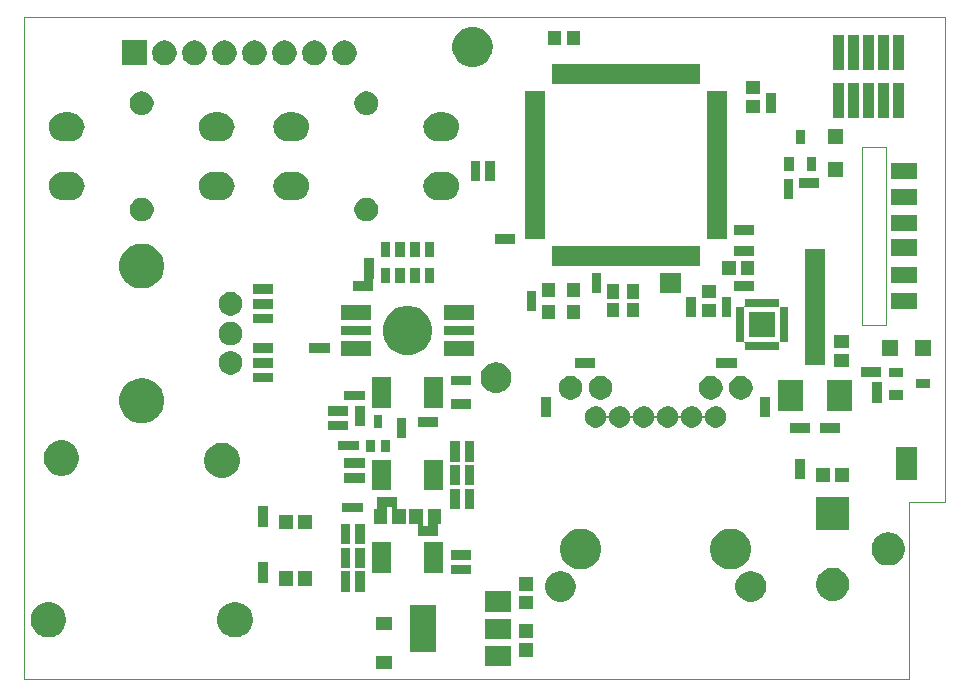
<source format=gbr>
%TF.GenerationSoftware,KiCad,Pcbnew,5.1.5-52549c5~84~ubuntu19.04.1*%
%TF.CreationDate,2020-04-18T10:51:23+00:00*%
%TF.ProjectId,alakol,616c616b-6f6c-42e6-9b69-6361645f7063,rev.0*%
%TF.SameCoordinates,Original*%
%TF.FileFunction,Soldermask,Top*%
%TF.FilePolarity,Negative*%
%FSLAX45Y45*%
G04 Gerber Fmt 4.5, Leading zero omitted, Abs format (unit mm)*
G04 Created by KiCad (PCBNEW 5.1.5-52549c5~84~ubuntu19.04.1) date 2020-04-18 10:51:23*
%MOMM*%
%LPD*%
G04 APERTURE LIST*
%ADD10C,0.100000*%
%ADD11C,0.150000*%
G04 APERTURE END LIST*
D10*
X12200000Y-15400000D02*
X12200000Y-15600000D01*
X19700000Y-15400000D02*
X19700000Y-15600000D01*
X12200000Y-14500000D02*
X12200000Y-15300000D01*
X19700000Y-14600000D02*
X19700000Y-15400000D01*
X12200000Y-15600000D02*
X19700000Y-15600000D01*
X12200000Y-15300000D02*
X12200000Y-15400000D01*
X12200000Y-14400000D02*
X12200000Y-14500000D01*
X12200000Y-10000000D02*
X12200000Y-14400000D01*
X12200000Y-10000000D02*
X18000000Y-10000000D01*
X19500000Y-12600000D02*
X19500000Y-11100000D01*
X19700000Y-14100000D02*
X19700000Y-14600000D01*
X20000000Y-14100000D02*
X19700000Y-14100000D01*
X20000000Y-12600000D02*
X20000000Y-14100000D01*
X20000000Y-10000000D02*
X18000000Y-10000000D01*
X20000000Y-11100000D02*
X20000000Y-10000000D01*
X20000000Y-12600000D02*
X20000000Y-11100000D01*
X19500000Y-11100000D02*
X19300000Y-11100000D01*
X19300000Y-12600000D02*
X19500000Y-12600000D01*
X19300000Y-11100000D02*
X19300000Y-12600000D01*
D11*
G36*
X15320000Y-15520000D02*
G01*
X15180000Y-15520000D01*
X15180000Y-15410000D01*
X15320000Y-15410000D01*
X15320000Y-15520000D01*
G37*
G36*
X16325000Y-15490000D02*
G01*
X16105000Y-15490000D01*
X16105000Y-15320000D01*
X16325000Y-15320000D01*
X16325000Y-15490000D01*
G37*
G36*
X16510000Y-15412500D02*
G01*
X16390000Y-15412500D01*
X16390000Y-15297500D01*
X16510000Y-15297500D01*
X16510000Y-15412500D01*
G37*
G36*
X15695000Y-15375000D02*
G01*
X15475000Y-15375000D01*
X15475000Y-14975000D01*
X15695000Y-14975000D01*
X15695000Y-15375000D01*
G37*
G36*
X16325000Y-15260000D02*
G01*
X16105000Y-15260000D01*
X16105000Y-15090000D01*
X16325000Y-15090000D01*
X16325000Y-15260000D01*
G37*
G36*
X16510000Y-15252500D02*
G01*
X16390000Y-15252500D01*
X16390000Y-15137500D01*
X16510000Y-15137500D01*
X16510000Y-15252500D01*
G37*
G36*
X12453753Y-14955764D02*
G01*
X12481051Y-14967072D01*
X12481052Y-14967072D01*
X12492917Y-14975000D01*
X12505619Y-14983487D01*
X12526513Y-15004381D01*
X12542928Y-15028948D01*
X12554236Y-15056247D01*
X12560000Y-15085226D01*
X12560000Y-15114774D01*
X12554236Y-15143753D01*
X12542928Y-15171051D01*
X12542928Y-15171052D01*
X12526513Y-15195619D01*
X12505619Y-15216513D01*
X12481052Y-15232928D01*
X12481052Y-15232928D01*
X12481051Y-15232928D01*
X12453753Y-15244236D01*
X12424774Y-15250000D01*
X12395226Y-15250000D01*
X12366247Y-15244236D01*
X12338948Y-15232928D01*
X12338948Y-15232928D01*
X12338948Y-15232928D01*
X12314381Y-15216513D01*
X12293487Y-15195619D01*
X12277072Y-15171052D01*
X12277072Y-15171051D01*
X12265764Y-15143753D01*
X12260000Y-15114774D01*
X12260000Y-15085226D01*
X12265764Y-15056247D01*
X12277072Y-15028948D01*
X12293487Y-15004381D01*
X12314381Y-14983487D01*
X12327083Y-14975000D01*
X12338948Y-14967072D01*
X12338948Y-14967072D01*
X12366247Y-14955764D01*
X12395226Y-14950000D01*
X12424774Y-14950000D01*
X12453753Y-14955764D01*
G37*
G36*
X14033753Y-14955764D02*
G01*
X14061051Y-14967072D01*
X14061052Y-14967072D01*
X14072917Y-14975000D01*
X14085619Y-14983487D01*
X14106513Y-15004381D01*
X14122928Y-15028948D01*
X14134236Y-15056247D01*
X14140000Y-15085226D01*
X14140000Y-15114774D01*
X14134236Y-15143753D01*
X14122928Y-15171051D01*
X14122928Y-15171052D01*
X14106513Y-15195619D01*
X14085619Y-15216513D01*
X14061052Y-15232928D01*
X14061052Y-15232928D01*
X14061051Y-15232928D01*
X14033753Y-15244236D01*
X14004774Y-15250000D01*
X13975226Y-15250000D01*
X13946247Y-15244236D01*
X13918948Y-15232928D01*
X13918948Y-15232928D01*
X13918948Y-15232928D01*
X13894381Y-15216513D01*
X13873487Y-15195619D01*
X13857072Y-15171052D01*
X13857072Y-15171051D01*
X13845764Y-15143753D01*
X13840000Y-15114774D01*
X13840000Y-15085226D01*
X13845764Y-15056247D01*
X13857072Y-15028948D01*
X13873487Y-15004381D01*
X13894381Y-14983487D01*
X13907083Y-14975000D01*
X13918948Y-14967072D01*
X13918948Y-14967072D01*
X13946247Y-14955764D01*
X13975226Y-14950000D01*
X14004774Y-14950000D01*
X14033753Y-14955764D01*
G37*
G36*
X15320000Y-15190000D02*
G01*
X15180000Y-15190000D01*
X15180000Y-15080000D01*
X15320000Y-15080000D01*
X15320000Y-15190000D01*
G37*
G36*
X16325000Y-15030000D02*
G01*
X16105000Y-15030000D01*
X16105000Y-14860000D01*
X16325000Y-14860000D01*
X16325000Y-15030000D01*
G37*
G36*
X16510000Y-15012500D02*
G01*
X16390000Y-15012500D01*
X16390000Y-14897500D01*
X16510000Y-14897500D01*
X16510000Y-15012500D01*
G37*
G36*
X16781470Y-14692496D02*
G01*
X16805128Y-14702295D01*
X16826420Y-14716522D01*
X16844528Y-14734630D01*
X16858755Y-14755922D01*
X16868554Y-14779580D01*
X16873550Y-14804696D01*
X16873550Y-14830304D01*
X16868554Y-14855420D01*
X16858755Y-14879078D01*
X16844528Y-14900370D01*
X16826420Y-14918478D01*
X16805128Y-14932704D01*
X16781470Y-14942504D01*
X16756354Y-14947500D01*
X16730746Y-14947500D01*
X16705630Y-14942504D01*
X16681972Y-14932704D01*
X16660680Y-14918478D01*
X16642572Y-14900370D01*
X16628345Y-14879078D01*
X16618546Y-14855420D01*
X16613550Y-14830304D01*
X16613550Y-14804696D01*
X16618546Y-14779580D01*
X16628345Y-14755922D01*
X16642572Y-14734630D01*
X16660680Y-14716522D01*
X16681972Y-14702295D01*
X16705630Y-14692496D01*
X16730746Y-14687500D01*
X16756354Y-14687500D01*
X16781470Y-14692496D01*
G37*
G36*
X18394370Y-14692496D02*
G01*
X18418028Y-14702295D01*
X18439320Y-14716522D01*
X18457428Y-14734630D01*
X18471655Y-14755922D01*
X18481454Y-14779580D01*
X18486450Y-14804696D01*
X18486450Y-14830304D01*
X18481454Y-14855420D01*
X18471655Y-14879078D01*
X18457428Y-14900370D01*
X18439320Y-14918478D01*
X18418028Y-14932704D01*
X18394370Y-14942504D01*
X18369254Y-14947500D01*
X18343646Y-14947500D01*
X18318530Y-14942504D01*
X18294872Y-14932704D01*
X18273580Y-14918478D01*
X18255472Y-14900370D01*
X18241246Y-14879078D01*
X18231446Y-14855420D01*
X18226450Y-14830304D01*
X18226450Y-14804696D01*
X18231446Y-14779580D01*
X18241246Y-14755922D01*
X18255472Y-14734630D01*
X18273580Y-14716522D01*
X18294872Y-14702295D01*
X18318530Y-14692496D01*
X18343646Y-14687500D01*
X18369254Y-14687500D01*
X18394370Y-14692496D01*
G37*
G36*
X19068816Y-14661000D02*
G01*
X19090837Y-14665380D01*
X19116315Y-14675934D01*
X19139245Y-14691255D01*
X19158745Y-14710755D01*
X19162599Y-14716522D01*
X19174067Y-14733685D01*
X19175647Y-14737500D01*
X19184620Y-14759163D01*
X19190000Y-14786211D01*
X19190000Y-14813789D01*
X19184620Y-14840836D01*
X19174066Y-14866315D01*
X19158745Y-14889245D01*
X19139245Y-14908745D01*
X19116315Y-14924066D01*
X19090837Y-14934620D01*
X19077313Y-14937310D01*
X19063789Y-14940000D01*
X19036211Y-14940000D01*
X19022687Y-14937310D01*
X19009164Y-14934620D01*
X18983685Y-14924066D01*
X18960755Y-14908745D01*
X18941255Y-14889245D01*
X18925934Y-14866315D01*
X18915380Y-14840836D01*
X18910000Y-14813789D01*
X18910000Y-14786211D01*
X18915380Y-14759163D01*
X18924353Y-14737500D01*
X18925934Y-14733685D01*
X18937401Y-14716522D01*
X18941255Y-14710755D01*
X18960755Y-14691255D01*
X18983685Y-14675934D01*
X19009164Y-14665380D01*
X19031184Y-14661000D01*
X19036211Y-14660000D01*
X19063789Y-14660000D01*
X19068816Y-14661000D01*
G37*
G36*
X14966000Y-14861000D02*
G01*
X14884000Y-14861000D01*
X14884000Y-14689000D01*
X14966000Y-14689000D01*
X14966000Y-14861000D01*
G37*
G36*
X15091000Y-14861000D02*
G01*
X15009000Y-14861000D01*
X15009000Y-14689000D01*
X15091000Y-14689000D01*
X15091000Y-14861000D01*
G37*
G36*
X16510000Y-14852500D02*
G01*
X16390000Y-14852500D01*
X16390000Y-14737500D01*
X16510000Y-14737500D01*
X16510000Y-14852500D01*
G37*
G36*
X14477500Y-14810000D02*
G01*
X14362500Y-14810000D01*
X14362500Y-14690000D01*
X14477500Y-14690000D01*
X14477500Y-14810000D01*
G37*
G36*
X14637500Y-14810000D02*
G01*
X14522500Y-14810000D01*
X14522500Y-14690000D01*
X14637500Y-14690000D01*
X14637500Y-14810000D01*
G37*
G36*
X14266000Y-14786000D02*
G01*
X14184000Y-14786000D01*
X14184000Y-14614000D01*
X14266000Y-14614000D01*
X14266000Y-14786000D01*
G37*
G36*
X15986000Y-14716000D02*
G01*
X15814000Y-14716000D01*
X15814000Y-14634000D01*
X15986000Y-14634000D01*
X15986000Y-14716000D01*
G37*
G36*
X15312500Y-14705000D02*
G01*
X15147500Y-14705000D01*
X15147500Y-14445000D01*
X15312500Y-14445000D01*
X15312500Y-14705000D01*
G37*
G36*
X15752500Y-14705000D02*
G01*
X15587500Y-14705000D01*
X15587500Y-14445000D01*
X15752500Y-14445000D01*
X15752500Y-14705000D01*
G37*
G36*
X16936732Y-14328443D02*
G01*
X16965316Y-14334129D01*
X16996709Y-14347132D01*
X17024962Y-14366010D01*
X17048990Y-14390038D01*
X17067868Y-14418291D01*
X17080871Y-14449684D01*
X17087500Y-14483010D01*
X17087500Y-14516990D01*
X17080871Y-14550316D01*
X17067868Y-14581709D01*
X17048990Y-14609962D01*
X17024962Y-14633989D01*
X16996709Y-14652868D01*
X16965316Y-14665871D01*
X16936732Y-14671557D01*
X16931990Y-14672500D01*
X16898010Y-14672500D01*
X16893268Y-14671557D01*
X16864684Y-14665871D01*
X16833291Y-14652868D01*
X16805038Y-14633989D01*
X16781011Y-14609962D01*
X16762132Y-14581709D01*
X16749129Y-14550316D01*
X16742500Y-14516990D01*
X16742500Y-14483010D01*
X16749129Y-14449684D01*
X16762132Y-14418291D01*
X16781011Y-14390038D01*
X16805038Y-14366010D01*
X16833291Y-14347132D01*
X16864684Y-14334129D01*
X16893268Y-14328443D01*
X16898010Y-14327500D01*
X16931990Y-14327500D01*
X16936732Y-14328443D01*
G37*
G36*
X18206732Y-14328443D02*
G01*
X18235316Y-14334129D01*
X18266709Y-14347132D01*
X18294962Y-14366010D01*
X18318990Y-14390038D01*
X18337868Y-14418291D01*
X18350871Y-14449684D01*
X18357500Y-14483010D01*
X18357500Y-14516990D01*
X18350871Y-14550316D01*
X18337868Y-14581709D01*
X18318990Y-14609962D01*
X18294962Y-14633989D01*
X18266709Y-14652868D01*
X18235316Y-14665871D01*
X18206732Y-14671557D01*
X18201990Y-14672500D01*
X18168010Y-14672500D01*
X18163268Y-14671557D01*
X18134684Y-14665871D01*
X18103291Y-14652868D01*
X18075038Y-14633989D01*
X18051011Y-14609962D01*
X18032132Y-14581709D01*
X18019129Y-14550316D01*
X18012500Y-14516990D01*
X18012500Y-14483010D01*
X18019129Y-14449684D01*
X18032132Y-14418291D01*
X18051011Y-14390038D01*
X18075038Y-14366010D01*
X18103291Y-14347132D01*
X18134684Y-14334129D01*
X18163268Y-14328443D01*
X18168010Y-14327500D01*
X18201990Y-14327500D01*
X18206732Y-14328443D01*
G37*
G36*
X15091000Y-14661000D02*
G01*
X15009000Y-14661000D01*
X15009000Y-14489000D01*
X15091000Y-14489000D01*
X15091000Y-14661000D01*
G37*
G36*
X14966000Y-14661000D02*
G01*
X14884000Y-14661000D01*
X14884000Y-14489000D01*
X14966000Y-14489000D01*
X14966000Y-14661000D01*
G37*
G36*
X19547313Y-14362690D02*
G01*
X19560837Y-14365380D01*
X19586315Y-14375934D01*
X19609245Y-14391255D01*
X19628745Y-14410755D01*
X19644066Y-14433685D01*
X19654620Y-14459163D01*
X19660000Y-14486211D01*
X19660000Y-14513789D01*
X19654620Y-14540836D01*
X19644066Y-14566315D01*
X19628745Y-14589245D01*
X19609245Y-14608745D01*
X19586315Y-14624066D01*
X19560837Y-14634620D01*
X19547313Y-14637310D01*
X19533789Y-14640000D01*
X19506211Y-14640000D01*
X19492687Y-14637310D01*
X19479164Y-14634620D01*
X19453685Y-14624066D01*
X19430755Y-14608745D01*
X19411255Y-14589245D01*
X19395934Y-14566315D01*
X19385380Y-14540836D01*
X19380000Y-14513789D01*
X19380000Y-14486211D01*
X19385380Y-14459163D01*
X19395934Y-14433685D01*
X19411255Y-14410755D01*
X19430755Y-14391255D01*
X19453685Y-14375934D01*
X19479164Y-14365380D01*
X19492687Y-14362690D01*
X19506211Y-14360000D01*
X19533789Y-14360000D01*
X19547313Y-14362690D01*
G37*
G36*
X15986000Y-14591000D02*
G01*
X15814000Y-14591000D01*
X15814000Y-14509000D01*
X15986000Y-14509000D01*
X15986000Y-14591000D01*
G37*
G36*
X15091000Y-14461000D02*
G01*
X15009000Y-14461000D01*
X15009000Y-14289000D01*
X15091000Y-14289000D01*
X15091000Y-14461000D01*
G37*
G36*
X14966000Y-14461000D02*
G01*
X14884000Y-14461000D01*
X14884000Y-14289000D01*
X14966000Y-14289000D01*
X14966000Y-14461000D01*
G37*
G36*
X15577500Y-14296500D02*
G01*
X15577740Y-14298939D01*
X15578451Y-14301284D01*
X15579607Y-14303445D01*
X15581161Y-14305339D01*
X15583055Y-14306893D01*
X15585216Y-14308048D01*
X15587561Y-14308760D01*
X15590000Y-14309000D01*
X15610000Y-14309000D01*
X15612439Y-14308760D01*
X15614784Y-14308048D01*
X15616945Y-14306893D01*
X15618839Y-14305339D01*
X15620393Y-14303445D01*
X15621548Y-14301284D01*
X15622260Y-14298939D01*
X15622500Y-14296500D01*
X15622500Y-14165000D01*
X15737500Y-14165000D01*
X15737500Y-14285000D01*
X15723500Y-14285000D01*
X15721061Y-14285240D01*
X15718716Y-14285951D01*
X15716555Y-14287107D01*
X15714661Y-14288661D01*
X15713107Y-14290555D01*
X15711951Y-14292716D01*
X15711240Y-14295061D01*
X15711000Y-14297500D01*
X15711000Y-14391000D01*
X15539000Y-14391000D01*
X15539000Y-14297500D01*
X15538760Y-14295061D01*
X15538048Y-14292716D01*
X15536893Y-14290555D01*
X15535339Y-14288661D01*
X15533445Y-14287107D01*
X15531284Y-14285951D01*
X15528939Y-14285240D01*
X15526500Y-14285000D01*
X15462500Y-14285000D01*
X15462500Y-14165000D01*
X15577500Y-14165000D01*
X15577500Y-14296500D01*
G37*
G36*
X19190000Y-14340000D02*
G01*
X18910000Y-14340000D01*
X18910000Y-14060000D01*
X19190000Y-14060000D01*
X19190000Y-14340000D01*
G37*
G36*
X14477500Y-14335000D02*
G01*
X14362500Y-14335000D01*
X14362500Y-14215000D01*
X14477500Y-14215000D01*
X14477500Y-14335000D01*
G37*
G36*
X14637500Y-14335000D02*
G01*
X14522500Y-14335000D01*
X14522500Y-14215000D01*
X14637500Y-14215000D01*
X14637500Y-14335000D01*
G37*
G36*
X14266000Y-14311000D02*
G01*
X14184000Y-14311000D01*
X14184000Y-14139000D01*
X14266000Y-14139000D01*
X14266000Y-14311000D01*
G37*
G36*
X15361000Y-14152500D02*
G01*
X15361240Y-14154939D01*
X15361951Y-14157284D01*
X15363107Y-14159445D01*
X15364661Y-14161339D01*
X15366555Y-14162893D01*
X15368716Y-14164048D01*
X15371061Y-14164760D01*
X15373500Y-14165000D01*
X15437500Y-14165000D01*
X15437500Y-14285000D01*
X15322500Y-14285000D01*
X15322500Y-14153500D01*
X15322260Y-14151061D01*
X15321548Y-14148716D01*
X15320393Y-14146555D01*
X15318839Y-14144661D01*
X15316945Y-14143107D01*
X15314784Y-14141951D01*
X15312439Y-14141240D01*
X15310000Y-14141000D01*
X15290000Y-14141000D01*
X15287561Y-14141240D01*
X15285216Y-14141951D01*
X15283055Y-14143107D01*
X15281161Y-14144661D01*
X15279607Y-14146555D01*
X15278451Y-14148716D01*
X15277740Y-14151061D01*
X15277500Y-14153500D01*
X15277500Y-14285000D01*
X15162500Y-14285000D01*
X15162500Y-14165000D01*
X15176500Y-14165000D01*
X15178939Y-14164760D01*
X15181284Y-14164048D01*
X15183445Y-14162893D01*
X15185339Y-14161339D01*
X15186893Y-14159445D01*
X15188048Y-14157284D01*
X15188760Y-14154939D01*
X15189000Y-14152500D01*
X15189000Y-14059000D01*
X15361000Y-14059000D01*
X15361000Y-14152500D01*
G37*
G36*
X15071000Y-14191000D02*
G01*
X14899000Y-14191000D01*
X14899000Y-14109000D01*
X15071000Y-14109000D01*
X15071000Y-14191000D01*
G37*
G36*
X16016000Y-14161000D02*
G01*
X15934000Y-14161000D01*
X15934000Y-13989000D01*
X16016000Y-13989000D01*
X16016000Y-14161000D01*
G37*
G36*
X15891000Y-14161000D02*
G01*
X15809000Y-14161000D01*
X15809000Y-13989000D01*
X15891000Y-13989000D01*
X15891000Y-14161000D01*
G37*
G36*
X15752500Y-14005000D02*
G01*
X15587500Y-14005000D01*
X15587500Y-13745000D01*
X15752500Y-13745000D01*
X15752500Y-14005000D01*
G37*
G36*
X15312500Y-14005000D02*
G01*
X15147500Y-14005000D01*
X15147500Y-13745000D01*
X15312500Y-13745000D01*
X15312500Y-14005000D01*
G37*
G36*
X15891000Y-13961000D02*
G01*
X15809000Y-13961000D01*
X15809000Y-13789000D01*
X15891000Y-13789000D01*
X15891000Y-13961000D01*
G37*
G36*
X16016000Y-13961000D02*
G01*
X15934000Y-13961000D01*
X15934000Y-13789000D01*
X16016000Y-13789000D01*
X16016000Y-13961000D01*
G37*
G36*
X15086000Y-13941000D02*
G01*
X14914000Y-13941000D01*
X14914000Y-13859000D01*
X15086000Y-13859000D01*
X15086000Y-13941000D01*
G37*
G36*
X19187500Y-13935000D02*
G01*
X19072500Y-13935000D01*
X19072500Y-13815000D01*
X19187500Y-13815000D01*
X19187500Y-13935000D01*
G37*
G36*
X19027500Y-13935000D02*
G01*
X18912500Y-13935000D01*
X18912500Y-13815000D01*
X19027500Y-13815000D01*
X19027500Y-13935000D01*
G37*
G36*
X19761000Y-13916000D02*
G01*
X19589000Y-13916000D01*
X19589000Y-13634000D01*
X19761000Y-13634000D01*
X19761000Y-13916000D01*
G37*
G36*
X18816000Y-13911000D02*
G01*
X18734000Y-13911000D01*
X18734000Y-13739000D01*
X18816000Y-13739000D01*
X18816000Y-13911000D01*
G37*
G36*
X13923753Y-13605764D02*
G01*
X13951051Y-13617072D01*
X13951052Y-13617072D01*
X13963419Y-13625335D01*
X13975619Y-13633487D01*
X13996513Y-13654381D01*
X14012928Y-13678948D01*
X14024236Y-13706247D01*
X14030000Y-13735226D01*
X14030000Y-13764774D01*
X14024236Y-13793753D01*
X14021213Y-13801052D01*
X14012928Y-13821052D01*
X13996513Y-13845619D01*
X13975619Y-13866513D01*
X13951052Y-13882928D01*
X13951052Y-13882928D01*
X13951051Y-13882928D01*
X13923753Y-13894236D01*
X13894774Y-13900000D01*
X13865226Y-13900000D01*
X13836247Y-13894236D01*
X13808948Y-13882928D01*
X13808948Y-13882928D01*
X13808948Y-13882928D01*
X13784381Y-13866513D01*
X13763487Y-13845619D01*
X13747072Y-13821052D01*
X13738787Y-13801052D01*
X13735764Y-13793753D01*
X13730000Y-13764774D01*
X13730000Y-13735226D01*
X13735764Y-13706247D01*
X13747072Y-13678948D01*
X13763487Y-13654381D01*
X13784381Y-13633487D01*
X13796581Y-13625335D01*
X13808948Y-13617072D01*
X13808948Y-13617072D01*
X13836247Y-13605764D01*
X13865226Y-13600000D01*
X13894774Y-13600000D01*
X13923753Y-13605764D01*
G37*
G36*
X12563753Y-13585764D02*
G01*
X12591051Y-13597072D01*
X12591052Y-13597072D01*
X12595434Y-13600000D01*
X12615619Y-13613487D01*
X12636513Y-13634381D01*
X12652928Y-13658948D01*
X12664236Y-13686247D01*
X12670000Y-13715226D01*
X12670000Y-13744774D01*
X12664236Y-13773753D01*
X12652928Y-13801051D01*
X12652928Y-13801052D01*
X12636513Y-13825619D01*
X12615619Y-13846513D01*
X12591052Y-13862928D01*
X12591052Y-13862928D01*
X12591051Y-13862928D01*
X12563753Y-13874236D01*
X12534774Y-13880000D01*
X12505226Y-13880000D01*
X12476247Y-13874236D01*
X12448948Y-13862928D01*
X12448948Y-13862928D01*
X12448948Y-13862928D01*
X12424381Y-13846513D01*
X12403487Y-13825619D01*
X12387072Y-13801052D01*
X12387072Y-13801051D01*
X12375764Y-13773753D01*
X12370000Y-13744774D01*
X12370000Y-13715226D01*
X12375764Y-13686247D01*
X12387072Y-13658948D01*
X12403487Y-13634381D01*
X12424381Y-13613487D01*
X12444566Y-13600000D01*
X12448948Y-13597072D01*
X12448948Y-13597072D01*
X12476247Y-13585764D01*
X12505226Y-13580000D01*
X12534774Y-13580000D01*
X12563753Y-13585764D01*
G37*
G36*
X15086000Y-13816000D02*
G01*
X14914000Y-13816000D01*
X14914000Y-13734000D01*
X15086000Y-13734000D01*
X15086000Y-13816000D01*
G37*
G36*
X16016000Y-13761000D02*
G01*
X15934000Y-13761000D01*
X15934000Y-13589000D01*
X16016000Y-13589000D01*
X16016000Y-13761000D01*
G37*
G36*
X15891000Y-13761000D02*
G01*
X15809000Y-13761000D01*
X15809000Y-13589000D01*
X15891000Y-13589000D01*
X15891000Y-13761000D01*
G37*
G36*
X15172500Y-13682500D02*
G01*
X15097500Y-13682500D01*
X15097500Y-13577500D01*
X15172500Y-13577500D01*
X15172500Y-13682500D01*
G37*
G36*
X15302500Y-13682500D02*
G01*
X15227500Y-13682500D01*
X15227500Y-13577500D01*
X15302500Y-13577500D01*
X15302500Y-13682500D01*
G37*
G36*
X15036000Y-13666000D02*
G01*
X14864000Y-13666000D01*
X14864000Y-13584000D01*
X15036000Y-13584000D01*
X15036000Y-13666000D01*
G37*
G36*
X15441000Y-13561000D02*
G01*
X15359000Y-13561000D01*
X15359000Y-13389000D01*
X15441000Y-13389000D01*
X15441000Y-13561000D01*
G37*
G36*
X19111000Y-13516000D02*
G01*
X18939000Y-13516000D01*
X18939000Y-13434000D01*
X19111000Y-13434000D01*
X19111000Y-13516000D01*
G37*
G36*
X18861000Y-13516000D02*
G01*
X18689000Y-13516000D01*
X18689000Y-13434000D01*
X18861000Y-13434000D01*
X18861000Y-13516000D01*
G37*
G36*
X14946000Y-13496000D02*
G01*
X14774000Y-13496000D01*
X14774000Y-13414000D01*
X14946000Y-13414000D01*
X14946000Y-13496000D01*
G37*
G36*
X15237500Y-13472500D02*
G01*
X15162500Y-13472500D01*
X15162500Y-13367500D01*
X15237500Y-13367500D01*
X15237500Y-13472500D01*
G37*
G36*
X17068252Y-13295859D02*
G01*
X17079266Y-13300421D01*
X17084631Y-13302643D01*
X17099372Y-13312492D01*
X17111908Y-13325028D01*
X17121757Y-13339769D01*
X17121757Y-13339769D01*
X17128541Y-13356148D01*
X17131340Y-13370219D01*
X17132052Y-13372564D01*
X17133207Y-13374725D01*
X17134761Y-13376619D01*
X17136655Y-13378174D01*
X17138817Y-13379329D01*
X17141161Y-13380040D01*
X17143600Y-13380280D01*
X17146039Y-13380040D01*
X17148384Y-13379329D01*
X17150545Y-13378174D01*
X17152439Y-13376619D01*
X17153993Y-13374725D01*
X17155148Y-13372564D01*
X17155860Y-13370219D01*
X17158659Y-13356148D01*
X17165443Y-13339769D01*
X17165443Y-13339769D01*
X17175292Y-13325028D01*
X17187828Y-13312492D01*
X17202569Y-13302643D01*
X17207934Y-13300421D01*
X17218948Y-13295859D01*
X17236336Y-13292400D01*
X17254064Y-13292400D01*
X17271452Y-13295859D01*
X17282466Y-13300421D01*
X17287831Y-13302643D01*
X17302572Y-13312492D01*
X17315108Y-13325028D01*
X17324957Y-13339769D01*
X17324957Y-13339769D01*
X17331741Y-13356148D01*
X17334540Y-13370219D01*
X17335252Y-13372564D01*
X17336407Y-13374725D01*
X17337961Y-13376619D01*
X17339855Y-13378174D01*
X17342017Y-13379329D01*
X17344361Y-13380040D01*
X17346800Y-13380280D01*
X17349239Y-13380040D01*
X17351584Y-13379329D01*
X17353745Y-13378174D01*
X17355639Y-13376619D01*
X17357193Y-13374725D01*
X17358348Y-13372564D01*
X17359060Y-13370219D01*
X17361859Y-13356148D01*
X17368643Y-13339769D01*
X17368643Y-13339769D01*
X17378492Y-13325028D01*
X17391028Y-13312492D01*
X17405769Y-13302643D01*
X17411134Y-13300421D01*
X17422148Y-13295859D01*
X17439536Y-13292400D01*
X17457264Y-13292400D01*
X17474652Y-13295859D01*
X17485666Y-13300421D01*
X17491031Y-13302643D01*
X17505772Y-13312492D01*
X17518308Y-13325028D01*
X17528157Y-13339769D01*
X17528157Y-13339769D01*
X17534941Y-13356148D01*
X17537740Y-13370219D01*
X17538452Y-13372564D01*
X17539607Y-13374725D01*
X17541161Y-13376619D01*
X17543055Y-13378174D01*
X17545217Y-13379329D01*
X17547561Y-13380040D01*
X17550000Y-13380280D01*
X17552439Y-13380040D01*
X17554784Y-13379329D01*
X17556945Y-13378174D01*
X17558839Y-13376619D01*
X17560393Y-13374725D01*
X17561548Y-13372564D01*
X17562260Y-13370219D01*
X17565059Y-13356148D01*
X17571843Y-13339769D01*
X17571843Y-13339769D01*
X17581692Y-13325028D01*
X17594228Y-13312492D01*
X17608969Y-13302643D01*
X17614334Y-13300421D01*
X17625348Y-13295859D01*
X17642736Y-13292400D01*
X17660464Y-13292400D01*
X17677852Y-13295859D01*
X17688866Y-13300421D01*
X17694231Y-13302643D01*
X17708972Y-13312492D01*
X17721508Y-13325028D01*
X17731357Y-13339769D01*
X17731357Y-13339769D01*
X17738141Y-13356148D01*
X17740940Y-13370219D01*
X17741652Y-13372564D01*
X17742807Y-13374725D01*
X17744361Y-13376619D01*
X17746255Y-13378174D01*
X17748417Y-13379329D01*
X17750761Y-13380040D01*
X17753200Y-13380280D01*
X17755639Y-13380040D01*
X17757984Y-13379329D01*
X17760145Y-13378174D01*
X17762039Y-13376619D01*
X17763593Y-13374725D01*
X17764748Y-13372564D01*
X17765460Y-13370219D01*
X17768259Y-13356148D01*
X17775043Y-13339769D01*
X17775043Y-13339769D01*
X17784892Y-13325028D01*
X17797428Y-13312492D01*
X17812169Y-13302643D01*
X17817534Y-13300421D01*
X17828548Y-13295859D01*
X17845936Y-13292400D01*
X17863664Y-13292400D01*
X17881052Y-13295859D01*
X17892066Y-13300421D01*
X17897431Y-13302643D01*
X17912172Y-13312492D01*
X17924708Y-13325028D01*
X17934557Y-13339769D01*
X17934557Y-13339769D01*
X17941341Y-13356148D01*
X17944140Y-13370219D01*
X17944852Y-13372564D01*
X17946007Y-13374725D01*
X17947561Y-13376619D01*
X17949455Y-13378174D01*
X17951617Y-13379329D01*
X17953961Y-13380040D01*
X17956400Y-13380280D01*
X17958839Y-13380040D01*
X17961184Y-13379329D01*
X17963345Y-13378174D01*
X17965239Y-13376619D01*
X17966793Y-13374725D01*
X17967948Y-13372564D01*
X17968660Y-13370219D01*
X17971459Y-13356148D01*
X17978243Y-13339769D01*
X17978243Y-13339769D01*
X17988092Y-13325028D01*
X18000628Y-13312492D01*
X18015369Y-13302643D01*
X18020734Y-13300421D01*
X18031748Y-13295859D01*
X18049136Y-13292400D01*
X18066864Y-13292400D01*
X18084252Y-13295859D01*
X18095266Y-13300421D01*
X18100631Y-13302643D01*
X18115372Y-13312492D01*
X18127908Y-13325028D01*
X18137757Y-13339769D01*
X18144541Y-13356148D01*
X18148000Y-13373536D01*
X18148000Y-13391264D01*
X18144541Y-13408652D01*
X18137757Y-13425031D01*
X18127908Y-13439772D01*
X18115372Y-13452308D01*
X18100631Y-13462157D01*
X18100631Y-13462157D01*
X18100631Y-13462157D01*
X18084252Y-13468941D01*
X18066864Y-13472400D01*
X18049136Y-13472400D01*
X18031748Y-13468941D01*
X18015369Y-13462157D01*
X18015369Y-13462157D01*
X18015369Y-13462157D01*
X18000628Y-13452308D01*
X17988092Y-13439772D01*
X17978243Y-13425031D01*
X17971459Y-13408652D01*
X17968660Y-13394581D01*
X17967948Y-13392236D01*
X17966793Y-13390075D01*
X17965239Y-13388181D01*
X17963345Y-13386626D01*
X17961184Y-13385471D01*
X17958839Y-13384760D01*
X17956400Y-13384520D01*
X17953961Y-13384760D01*
X17951617Y-13385471D01*
X17949455Y-13386626D01*
X17947561Y-13388181D01*
X17946007Y-13390075D01*
X17944852Y-13392236D01*
X17944140Y-13394581D01*
X17941341Y-13408652D01*
X17934557Y-13425031D01*
X17924708Y-13439772D01*
X17912172Y-13452308D01*
X17897431Y-13462157D01*
X17897431Y-13462157D01*
X17897431Y-13462157D01*
X17881052Y-13468941D01*
X17863664Y-13472400D01*
X17845936Y-13472400D01*
X17828548Y-13468941D01*
X17812169Y-13462157D01*
X17812169Y-13462157D01*
X17812169Y-13462157D01*
X17797428Y-13452308D01*
X17784892Y-13439772D01*
X17775043Y-13425031D01*
X17768259Y-13408652D01*
X17765460Y-13394581D01*
X17764748Y-13392236D01*
X17763593Y-13390075D01*
X17762039Y-13388181D01*
X17760145Y-13386626D01*
X17757984Y-13385471D01*
X17755639Y-13384760D01*
X17753200Y-13384520D01*
X17750761Y-13384760D01*
X17748417Y-13385471D01*
X17746255Y-13386626D01*
X17744361Y-13388181D01*
X17742807Y-13390075D01*
X17741652Y-13392236D01*
X17740940Y-13394581D01*
X17738141Y-13408652D01*
X17731357Y-13425031D01*
X17721508Y-13439772D01*
X17708972Y-13452308D01*
X17694231Y-13462157D01*
X17694231Y-13462157D01*
X17694231Y-13462157D01*
X17677852Y-13468941D01*
X17660464Y-13472400D01*
X17642736Y-13472400D01*
X17625348Y-13468941D01*
X17608969Y-13462157D01*
X17608969Y-13462157D01*
X17608969Y-13462157D01*
X17594228Y-13452308D01*
X17581692Y-13439772D01*
X17571843Y-13425031D01*
X17565059Y-13408652D01*
X17562260Y-13394581D01*
X17561548Y-13392236D01*
X17560393Y-13390075D01*
X17558839Y-13388181D01*
X17556945Y-13386626D01*
X17554784Y-13385471D01*
X17552439Y-13384760D01*
X17550000Y-13384520D01*
X17547561Y-13384760D01*
X17545217Y-13385471D01*
X17543055Y-13386626D01*
X17541161Y-13388181D01*
X17539607Y-13390075D01*
X17538452Y-13392236D01*
X17537740Y-13394581D01*
X17534941Y-13408652D01*
X17528157Y-13425031D01*
X17518308Y-13439772D01*
X17505772Y-13452308D01*
X17491031Y-13462157D01*
X17491031Y-13462157D01*
X17491031Y-13462157D01*
X17474652Y-13468941D01*
X17457264Y-13472400D01*
X17439536Y-13472400D01*
X17422148Y-13468941D01*
X17405769Y-13462157D01*
X17405769Y-13462157D01*
X17405769Y-13462157D01*
X17391028Y-13452308D01*
X17378492Y-13439772D01*
X17368643Y-13425031D01*
X17361859Y-13408652D01*
X17359060Y-13394581D01*
X17358348Y-13392236D01*
X17357193Y-13390075D01*
X17355639Y-13388181D01*
X17353745Y-13386626D01*
X17351584Y-13385471D01*
X17349239Y-13384760D01*
X17346800Y-13384520D01*
X17344361Y-13384760D01*
X17342017Y-13385471D01*
X17339855Y-13386626D01*
X17337961Y-13388181D01*
X17336407Y-13390075D01*
X17335252Y-13392236D01*
X17334540Y-13394581D01*
X17331741Y-13408652D01*
X17324957Y-13425031D01*
X17315108Y-13439772D01*
X17302572Y-13452308D01*
X17287831Y-13462157D01*
X17287831Y-13462157D01*
X17287831Y-13462157D01*
X17271452Y-13468941D01*
X17254064Y-13472400D01*
X17236336Y-13472400D01*
X17218948Y-13468941D01*
X17202569Y-13462157D01*
X17202569Y-13462157D01*
X17202569Y-13462157D01*
X17187828Y-13452308D01*
X17175292Y-13439772D01*
X17165443Y-13425031D01*
X17158659Y-13408652D01*
X17155860Y-13394581D01*
X17155148Y-13392236D01*
X17153993Y-13390075D01*
X17152439Y-13388181D01*
X17150545Y-13386626D01*
X17148384Y-13385471D01*
X17146039Y-13384760D01*
X17143600Y-13384520D01*
X17141161Y-13384760D01*
X17138817Y-13385471D01*
X17136655Y-13386626D01*
X17134761Y-13388181D01*
X17133207Y-13390075D01*
X17132052Y-13392236D01*
X17131340Y-13394581D01*
X17128541Y-13408652D01*
X17121757Y-13425031D01*
X17111908Y-13439772D01*
X17099372Y-13452308D01*
X17084631Y-13462157D01*
X17084631Y-13462157D01*
X17084631Y-13462157D01*
X17068252Y-13468941D01*
X17050864Y-13472400D01*
X17033136Y-13472400D01*
X17015748Y-13468941D01*
X16999369Y-13462157D01*
X16999369Y-13462157D01*
X16999369Y-13462157D01*
X16984628Y-13452308D01*
X16972092Y-13439772D01*
X16962243Y-13425031D01*
X16955459Y-13408652D01*
X16952000Y-13391264D01*
X16952000Y-13373536D01*
X16955459Y-13356148D01*
X16962243Y-13339769D01*
X16972092Y-13325028D01*
X16984628Y-13312492D01*
X16999369Y-13302643D01*
X17004734Y-13300421D01*
X17015748Y-13295859D01*
X17033136Y-13292400D01*
X17050864Y-13292400D01*
X17068252Y-13295859D01*
G37*
G36*
X15711000Y-13466000D02*
G01*
X15539000Y-13466000D01*
X15539000Y-13384000D01*
X15711000Y-13384000D01*
X15711000Y-13466000D01*
G37*
G36*
X15091000Y-13461000D02*
G01*
X15009000Y-13461000D01*
X15009000Y-13289000D01*
X15091000Y-13289000D01*
X15091000Y-13461000D01*
G37*
G36*
X13237067Y-13058651D02*
G01*
X13255421Y-13062302D01*
X13269743Y-13068234D01*
X13289999Y-13076624D01*
X13321118Y-13097417D01*
X13347583Y-13123882D01*
X13368376Y-13155001D01*
X13375003Y-13171000D01*
X13382698Y-13189579D01*
X13390000Y-13226287D01*
X13390000Y-13263713D01*
X13382698Y-13300421D01*
X13377698Y-13312492D01*
X13368376Y-13334999D01*
X13347583Y-13366118D01*
X13321118Y-13392583D01*
X13289999Y-13413376D01*
X13269743Y-13421766D01*
X13255421Y-13427698D01*
X13237067Y-13431349D01*
X13218713Y-13435000D01*
X13181286Y-13435000D01*
X13162933Y-13431349D01*
X13144579Y-13427698D01*
X13130257Y-13421766D01*
X13110001Y-13413376D01*
X13078882Y-13392583D01*
X13052417Y-13366118D01*
X13031624Y-13334999D01*
X13022302Y-13312492D01*
X13017302Y-13300421D01*
X13010000Y-13263713D01*
X13010000Y-13226287D01*
X13017302Y-13189579D01*
X13024997Y-13171000D01*
X13031624Y-13155001D01*
X13052417Y-13123882D01*
X13078882Y-13097417D01*
X13110001Y-13076624D01*
X13130257Y-13068234D01*
X13144579Y-13062302D01*
X13162933Y-13058651D01*
X13181286Y-13055000D01*
X13218713Y-13055000D01*
X13237067Y-13058651D01*
G37*
G36*
X16666000Y-13386000D02*
G01*
X16584000Y-13386000D01*
X16584000Y-13214000D01*
X16666000Y-13214000D01*
X16666000Y-13386000D01*
G37*
G36*
X18516000Y-13386000D02*
G01*
X18434000Y-13386000D01*
X18434000Y-13214000D01*
X18516000Y-13214000D01*
X18516000Y-13386000D01*
G37*
G36*
X14946000Y-13371000D02*
G01*
X14774000Y-13371000D01*
X14774000Y-13289000D01*
X14946000Y-13289000D01*
X14946000Y-13371000D01*
G37*
G36*
X19210000Y-13330000D02*
G01*
X19000000Y-13330000D01*
X19000000Y-13070000D01*
X19210000Y-13070000D01*
X19210000Y-13330000D01*
G37*
G36*
X18800000Y-13330000D02*
G01*
X18590000Y-13330000D01*
X18590000Y-13070000D01*
X18800000Y-13070000D01*
X18800000Y-13330000D01*
G37*
G36*
X15986000Y-13316000D02*
G01*
X15814000Y-13316000D01*
X15814000Y-13234000D01*
X15986000Y-13234000D01*
X15986000Y-13316000D01*
G37*
G36*
X15752500Y-13305000D02*
G01*
X15587500Y-13305000D01*
X15587500Y-13045000D01*
X15752500Y-13045000D01*
X15752500Y-13305000D01*
G37*
G36*
X15312500Y-13305000D02*
G01*
X15147500Y-13305000D01*
X15147500Y-13045000D01*
X15312500Y-13045000D01*
X15312500Y-13305000D01*
G37*
G36*
X19466000Y-13261000D02*
G01*
X19384000Y-13261000D01*
X19384000Y-13089000D01*
X19466000Y-13089000D01*
X19466000Y-13261000D01*
G37*
G36*
X15086000Y-13241000D02*
G01*
X14914000Y-13241000D01*
X14914000Y-13159000D01*
X15086000Y-13159000D01*
X15086000Y-13241000D01*
G37*
G36*
X18040089Y-13038562D02*
G01*
X18046529Y-13039843D01*
X18064728Y-13047381D01*
X18081106Y-13058325D01*
X18095035Y-13072254D01*
X18105979Y-13088632D01*
X18113517Y-13106831D01*
X18117360Y-13126151D01*
X18117360Y-13145849D01*
X18113517Y-13165169D01*
X18105979Y-13183368D01*
X18095035Y-13199746D01*
X18081106Y-13213675D01*
X18064728Y-13224619D01*
X18046529Y-13232157D01*
X18040089Y-13233438D01*
X18027209Y-13236000D01*
X18007511Y-13236000D01*
X17994631Y-13233438D01*
X17988191Y-13232157D01*
X17969992Y-13224619D01*
X17953614Y-13213675D01*
X17939685Y-13199746D01*
X17928741Y-13183368D01*
X17921203Y-13165169D01*
X17917360Y-13145849D01*
X17917360Y-13126151D01*
X17921203Y-13106831D01*
X17928741Y-13088632D01*
X17939685Y-13072254D01*
X17953614Y-13058325D01*
X17969992Y-13047381D01*
X17988191Y-13039843D01*
X17994631Y-13038562D01*
X18007511Y-13036000D01*
X18027209Y-13036000D01*
X18040089Y-13038562D01*
G37*
G36*
X17105369Y-13038562D02*
G01*
X17111809Y-13039843D01*
X17130008Y-13047381D01*
X17146386Y-13058325D01*
X17160315Y-13072254D01*
X17171259Y-13088632D01*
X17178797Y-13106831D01*
X17182640Y-13126151D01*
X17182640Y-13145849D01*
X17178797Y-13165169D01*
X17171259Y-13183368D01*
X17160315Y-13199746D01*
X17146386Y-13213675D01*
X17130008Y-13224619D01*
X17111809Y-13232157D01*
X17105369Y-13233438D01*
X17092489Y-13236000D01*
X17072791Y-13236000D01*
X17059911Y-13233438D01*
X17053471Y-13232157D01*
X17035272Y-13224619D01*
X17018894Y-13213675D01*
X17004965Y-13199746D01*
X16994021Y-13183368D01*
X16986483Y-13165169D01*
X16982640Y-13145849D01*
X16982640Y-13126151D01*
X16986483Y-13106831D01*
X16994021Y-13088632D01*
X17004965Y-13072254D01*
X17018894Y-13058325D01*
X17035272Y-13047381D01*
X17053471Y-13039843D01*
X17059911Y-13038562D01*
X17072791Y-13036000D01*
X17092489Y-13036000D01*
X17105369Y-13038562D01*
G37*
G36*
X16851369Y-13038562D02*
G01*
X16857809Y-13039843D01*
X16876008Y-13047381D01*
X16892386Y-13058325D01*
X16906315Y-13072254D01*
X16917259Y-13088632D01*
X16924797Y-13106831D01*
X16928640Y-13126151D01*
X16928640Y-13145849D01*
X16924797Y-13165169D01*
X16917259Y-13183368D01*
X16906315Y-13199746D01*
X16892386Y-13213675D01*
X16876008Y-13224619D01*
X16857809Y-13232157D01*
X16851369Y-13233438D01*
X16838489Y-13236000D01*
X16818791Y-13236000D01*
X16805911Y-13233438D01*
X16799471Y-13232157D01*
X16781272Y-13224619D01*
X16764894Y-13213675D01*
X16750965Y-13199746D01*
X16740021Y-13183368D01*
X16732483Y-13165169D01*
X16728640Y-13145849D01*
X16728640Y-13126151D01*
X16732483Y-13106831D01*
X16740021Y-13088632D01*
X16750965Y-13072254D01*
X16764894Y-13058325D01*
X16781272Y-13047381D01*
X16799471Y-13039843D01*
X16805911Y-13038562D01*
X16818791Y-13036000D01*
X16838489Y-13036000D01*
X16851369Y-13038562D01*
G37*
G36*
X18294089Y-13038562D02*
G01*
X18300529Y-13039843D01*
X18318728Y-13047381D01*
X18335106Y-13058325D01*
X18349035Y-13072254D01*
X18359979Y-13088632D01*
X18367517Y-13106831D01*
X18371360Y-13126151D01*
X18371360Y-13145849D01*
X18367517Y-13165169D01*
X18359979Y-13183368D01*
X18349035Y-13199746D01*
X18335106Y-13213675D01*
X18318728Y-13224619D01*
X18300529Y-13232157D01*
X18294089Y-13233438D01*
X18281209Y-13236000D01*
X18261511Y-13236000D01*
X18248631Y-13233438D01*
X18242191Y-13232157D01*
X18223992Y-13224619D01*
X18207614Y-13213675D01*
X18193685Y-13199746D01*
X18182741Y-13183368D01*
X18175203Y-13165169D01*
X18171360Y-13145849D01*
X18171360Y-13126151D01*
X18175203Y-13106831D01*
X18182741Y-13088632D01*
X18193685Y-13072254D01*
X18207614Y-13058325D01*
X18223992Y-13047381D01*
X18242191Y-13039843D01*
X18248631Y-13038562D01*
X18261511Y-13036000D01*
X18281209Y-13036000D01*
X18294089Y-13038562D01*
G37*
G36*
X19645000Y-13235000D02*
G01*
X19525000Y-13235000D01*
X19525000Y-13155000D01*
X19645000Y-13155000D01*
X19645000Y-13235000D01*
G37*
G36*
X16225362Y-12922498D02*
G01*
X16237920Y-12924996D01*
X16261578Y-12934795D01*
X16282870Y-12949022D01*
X16300978Y-12967130D01*
X16315204Y-12988422D01*
X16325004Y-13012080D01*
X16330000Y-13037196D01*
X16330000Y-13062804D01*
X16325004Y-13087920D01*
X16315204Y-13111578D01*
X16300978Y-13132870D01*
X16282870Y-13150978D01*
X16261578Y-13165204D01*
X16237920Y-13175004D01*
X16225362Y-13177502D01*
X16212804Y-13180000D01*
X16187196Y-13180000D01*
X16174638Y-13177502D01*
X16162080Y-13175004D01*
X16138422Y-13165204D01*
X16117130Y-13150978D01*
X16099022Y-13132870D01*
X16084795Y-13111578D01*
X16074996Y-13087920D01*
X16070000Y-13062804D01*
X16070000Y-13037196D01*
X16074996Y-13012080D01*
X16084795Y-12988422D01*
X16099022Y-12967130D01*
X16117130Y-12949022D01*
X16138422Y-12934795D01*
X16162080Y-12924996D01*
X16174638Y-12922498D01*
X16187196Y-12920000D01*
X16212804Y-12920000D01*
X16225362Y-12922498D01*
G37*
G36*
X19875000Y-13140000D02*
G01*
X19755000Y-13140000D01*
X19755000Y-13060000D01*
X19875000Y-13060000D01*
X19875000Y-13140000D01*
G37*
G36*
X15986000Y-13116000D02*
G01*
X15814000Y-13116000D01*
X15814000Y-13034000D01*
X15986000Y-13034000D01*
X15986000Y-13116000D01*
G37*
G36*
X14311000Y-13091000D02*
G01*
X14139000Y-13091000D01*
X14139000Y-13009000D01*
X14311000Y-13009000D01*
X14311000Y-13091000D01*
G37*
G36*
X19645000Y-13045000D02*
G01*
X19525000Y-13045000D01*
X19525000Y-12965000D01*
X19645000Y-12965000D01*
X19645000Y-13045000D01*
G37*
G36*
X19461000Y-13041000D02*
G01*
X19289000Y-13041000D01*
X19289000Y-12959000D01*
X19461000Y-12959000D01*
X19461000Y-13041000D01*
G37*
G36*
X13972729Y-12827562D02*
G01*
X13979169Y-12828843D01*
X13997368Y-12836381D01*
X14013746Y-12847325D01*
X14027675Y-12861254D01*
X14038619Y-12877632D01*
X14046157Y-12895831D01*
X14050000Y-12915151D01*
X14050000Y-12934849D01*
X14046157Y-12954169D01*
X14038619Y-12972368D01*
X14027675Y-12988746D01*
X14013746Y-13002675D01*
X13997368Y-13013619D01*
X13979169Y-13021157D01*
X13972729Y-13022438D01*
X13959849Y-13025000D01*
X13940151Y-13025000D01*
X13927271Y-13022438D01*
X13920831Y-13021157D01*
X13902632Y-13013619D01*
X13886254Y-13002675D01*
X13872325Y-12988746D01*
X13861381Y-12972368D01*
X13853843Y-12954169D01*
X13850000Y-12934849D01*
X13850000Y-12915151D01*
X13853843Y-12895831D01*
X13861381Y-12877632D01*
X13872325Y-12861254D01*
X13886254Y-12847325D01*
X13902632Y-12836381D01*
X13920831Y-12828843D01*
X13927271Y-12827562D01*
X13940151Y-12825000D01*
X13959849Y-12825000D01*
X13972729Y-12827562D01*
G37*
G36*
X17036000Y-12966000D02*
G01*
X16864000Y-12966000D01*
X16864000Y-12884000D01*
X17036000Y-12884000D01*
X17036000Y-12966000D01*
G37*
G36*
X14311000Y-12966000D02*
G01*
X14139000Y-12966000D01*
X14139000Y-12884000D01*
X14311000Y-12884000D01*
X14311000Y-12966000D01*
G37*
G36*
X18236000Y-12966000D02*
G01*
X18064000Y-12966000D01*
X18064000Y-12884000D01*
X18236000Y-12884000D01*
X18236000Y-12966000D01*
G37*
G36*
X19185000Y-12962500D02*
G01*
X19065000Y-12962500D01*
X19065000Y-12847500D01*
X19185000Y-12847500D01*
X19185000Y-12962500D01*
G37*
G36*
X18986000Y-12941000D02*
G01*
X18814000Y-12941000D01*
X18814000Y-11959000D01*
X18986000Y-11959000D01*
X18986000Y-12941000D01*
G37*
G36*
X19600000Y-12865000D02*
G01*
X19470000Y-12865000D01*
X19470000Y-12735000D01*
X19600000Y-12735000D01*
X19600000Y-12865000D01*
G37*
G36*
X19880000Y-12865000D02*
G01*
X19750000Y-12865000D01*
X19750000Y-12735000D01*
X19880000Y-12735000D01*
X19880000Y-12865000D01*
G37*
G36*
X15137500Y-12863000D02*
G01*
X14887500Y-12863000D01*
X14887500Y-12737000D01*
X15137500Y-12737000D01*
X15137500Y-12863000D01*
G37*
G36*
X16012500Y-12863000D02*
G01*
X15762500Y-12863000D01*
X15762500Y-12737000D01*
X16012500Y-12737000D01*
X16012500Y-12863000D01*
G37*
G36*
X15511255Y-12448070D02*
G01*
X15549472Y-12463900D01*
X15549472Y-12463900D01*
X15583867Y-12486882D01*
X15613118Y-12516133D01*
X15636100Y-12550528D01*
X15636100Y-12550528D01*
X15651930Y-12588745D01*
X15660000Y-12629317D01*
X15660000Y-12670683D01*
X15651930Y-12711255D01*
X15636569Y-12748339D01*
X15636100Y-12749472D01*
X15613118Y-12783867D01*
X15583867Y-12813118D01*
X15549472Y-12836100D01*
X15549472Y-12836100D01*
X15549472Y-12836100D01*
X15511255Y-12851930D01*
X15470683Y-12860000D01*
X15429317Y-12860000D01*
X15388745Y-12851930D01*
X15350528Y-12836100D01*
X15350528Y-12836100D01*
X15350528Y-12836100D01*
X15316133Y-12813118D01*
X15286882Y-12783867D01*
X15263900Y-12749472D01*
X15263431Y-12748339D01*
X15248070Y-12711255D01*
X15240000Y-12670683D01*
X15240000Y-12629317D01*
X15248070Y-12588745D01*
X15263900Y-12550528D01*
X15263900Y-12550528D01*
X15286882Y-12516133D01*
X15316133Y-12486882D01*
X15350528Y-12463900D01*
X15350528Y-12463900D01*
X15388745Y-12448070D01*
X15429317Y-12440000D01*
X15470683Y-12440000D01*
X15511255Y-12448070D01*
G37*
G36*
X14791000Y-12841000D02*
G01*
X14619000Y-12841000D01*
X14619000Y-12759000D01*
X14791000Y-12759000D01*
X14791000Y-12841000D01*
G37*
G36*
X14311000Y-12841000D02*
G01*
X14139000Y-12841000D01*
X14139000Y-12759000D01*
X14311000Y-12759000D01*
X14311000Y-12841000D01*
G37*
G36*
X18596500Y-12441000D02*
G01*
X18596740Y-12443439D01*
X18597452Y-12445784D01*
X18598607Y-12447945D01*
X18600161Y-12449839D01*
X18602055Y-12451393D01*
X18604216Y-12452548D01*
X18606561Y-12453260D01*
X18609000Y-12453500D01*
X18670000Y-12453500D01*
X18670000Y-12746500D01*
X18609000Y-12746500D01*
X18606561Y-12746740D01*
X18604216Y-12747451D01*
X18602055Y-12748607D01*
X18600161Y-12750161D01*
X18598607Y-12752055D01*
X18597452Y-12754216D01*
X18596740Y-12756561D01*
X18596500Y-12759000D01*
X18596500Y-12820000D01*
X18303500Y-12820000D01*
X18303500Y-12759000D01*
X18303260Y-12756561D01*
X18302549Y-12754216D01*
X18301393Y-12752055D01*
X18299839Y-12750161D01*
X18297945Y-12748607D01*
X18295784Y-12747451D01*
X18293439Y-12746740D01*
X18291000Y-12746500D01*
X18230000Y-12746500D01*
X18230000Y-12460500D01*
X18298000Y-12460500D01*
X18298000Y-12739500D01*
X18298240Y-12741939D01*
X18298952Y-12744284D01*
X18300107Y-12746445D01*
X18301661Y-12748339D01*
X18303555Y-12749893D01*
X18305716Y-12751048D01*
X18308061Y-12751760D01*
X18310500Y-12752000D01*
X18589500Y-12752000D01*
X18591939Y-12751760D01*
X18594284Y-12751048D01*
X18596445Y-12749893D01*
X18598339Y-12748339D01*
X18599893Y-12746445D01*
X18601049Y-12744284D01*
X18601760Y-12741939D01*
X18602000Y-12739500D01*
X18602000Y-12460500D01*
X18601760Y-12458061D01*
X18601049Y-12455716D01*
X18599893Y-12453555D01*
X18598339Y-12451661D01*
X18596445Y-12450107D01*
X18594284Y-12448951D01*
X18591939Y-12448240D01*
X18589500Y-12448000D01*
X18310500Y-12448000D01*
X18308061Y-12448240D01*
X18305716Y-12448951D01*
X18303555Y-12450107D01*
X18301661Y-12451661D01*
X18300107Y-12453555D01*
X18298952Y-12455716D01*
X18298240Y-12458061D01*
X18298000Y-12460500D01*
X18230000Y-12460500D01*
X18230000Y-12453500D01*
X18291000Y-12453500D01*
X18293439Y-12453260D01*
X18295784Y-12452548D01*
X18297945Y-12451393D01*
X18299839Y-12449839D01*
X18301393Y-12447945D01*
X18302549Y-12445784D01*
X18303260Y-12443439D01*
X18303500Y-12441000D01*
X18303500Y-12380000D01*
X18596500Y-12380000D01*
X18596500Y-12441000D01*
G37*
G36*
X18560000Y-12710000D02*
G01*
X18340000Y-12710000D01*
X18340000Y-12490000D01*
X18560000Y-12490000D01*
X18560000Y-12710000D01*
G37*
G36*
X19185000Y-12802500D02*
G01*
X19065000Y-12802500D01*
X19065000Y-12687500D01*
X19185000Y-12687500D01*
X19185000Y-12802500D01*
G37*
G36*
X13972729Y-12577562D02*
G01*
X13979169Y-12578843D01*
X13997368Y-12586381D01*
X14013746Y-12597325D01*
X14027675Y-12611254D01*
X14038619Y-12627632D01*
X14046157Y-12645831D01*
X14047438Y-12652271D01*
X14050000Y-12665151D01*
X14050000Y-12684849D01*
X14047682Y-12696500D01*
X14046157Y-12704169D01*
X14038619Y-12722368D01*
X14027675Y-12738746D01*
X14013746Y-12752675D01*
X13997368Y-12763619D01*
X13979169Y-12771157D01*
X13972729Y-12772438D01*
X13959849Y-12775000D01*
X13940151Y-12775000D01*
X13927271Y-12772438D01*
X13920831Y-12771157D01*
X13902632Y-12763619D01*
X13886254Y-12752675D01*
X13872325Y-12738746D01*
X13861381Y-12722368D01*
X13853843Y-12704169D01*
X13852317Y-12696500D01*
X13850000Y-12684849D01*
X13850000Y-12665151D01*
X13852562Y-12652271D01*
X13853843Y-12645831D01*
X13861381Y-12627632D01*
X13872325Y-12611254D01*
X13886254Y-12597325D01*
X13902632Y-12586381D01*
X13920831Y-12578843D01*
X13927271Y-12577562D01*
X13940151Y-12575000D01*
X13959849Y-12575000D01*
X13972729Y-12577562D01*
G37*
G36*
X15137500Y-12690000D02*
G01*
X14887500Y-12690000D01*
X14887500Y-12610000D01*
X15137500Y-12610000D01*
X15137500Y-12690000D01*
G37*
G36*
X16012500Y-12690000D02*
G01*
X15762500Y-12690000D01*
X15762500Y-12610000D01*
X16012500Y-12610000D01*
X16012500Y-12690000D01*
G37*
G36*
X14311000Y-12591000D02*
G01*
X14139000Y-12591000D01*
X14139000Y-12509000D01*
X14311000Y-12509000D01*
X14311000Y-12591000D01*
G37*
G36*
X15137500Y-12563000D02*
G01*
X14887500Y-12563000D01*
X14887500Y-12437000D01*
X15137500Y-12437000D01*
X15137500Y-12563000D01*
G37*
G36*
X16012500Y-12563000D02*
G01*
X15762500Y-12563000D01*
X15762500Y-12437000D01*
X16012500Y-12437000D01*
X16012500Y-12563000D01*
G37*
G36*
X16700000Y-12555000D02*
G01*
X16590000Y-12555000D01*
X16590000Y-12435000D01*
X16700000Y-12435000D01*
X16700000Y-12555000D01*
G37*
G36*
X16910000Y-12555000D02*
G01*
X16800000Y-12555000D01*
X16800000Y-12435000D01*
X16910000Y-12435000D01*
X16910000Y-12555000D01*
G37*
G36*
X17410000Y-12540000D02*
G01*
X17310000Y-12540000D01*
X17310000Y-12420000D01*
X17410000Y-12420000D01*
X17410000Y-12540000D01*
G37*
G36*
X17240000Y-12540000D02*
G01*
X17140000Y-12540000D01*
X17140000Y-12420000D01*
X17240000Y-12420000D01*
X17240000Y-12540000D01*
G37*
G36*
X18060000Y-12537500D02*
G01*
X17940000Y-12537500D01*
X17940000Y-12422500D01*
X18060000Y-12422500D01*
X18060000Y-12537500D01*
G37*
G36*
X17891000Y-12536000D02*
G01*
X17809000Y-12536000D01*
X17809000Y-12364000D01*
X17891000Y-12364000D01*
X17891000Y-12536000D01*
G37*
G36*
X18191000Y-12536000D02*
G01*
X18109000Y-12536000D01*
X18109000Y-12364000D01*
X18191000Y-12364000D01*
X18191000Y-12536000D01*
G37*
G36*
X13972729Y-12327562D02*
G01*
X13979169Y-12328843D01*
X13997368Y-12336381D01*
X14013746Y-12347325D01*
X14027675Y-12361254D01*
X14038619Y-12377632D01*
X14046157Y-12395831D01*
X14046157Y-12395831D01*
X14050000Y-12415151D01*
X14050000Y-12434849D01*
X14047825Y-12445784D01*
X14046157Y-12454169D01*
X14038619Y-12472368D01*
X14027675Y-12488746D01*
X14013746Y-12502675D01*
X13997368Y-12513619D01*
X13979169Y-12521157D01*
X13972729Y-12522438D01*
X13959849Y-12525000D01*
X13940151Y-12525000D01*
X13927271Y-12522438D01*
X13920831Y-12521157D01*
X13902632Y-12513619D01*
X13886254Y-12502675D01*
X13872325Y-12488746D01*
X13861381Y-12472368D01*
X13853843Y-12454169D01*
X13852175Y-12445784D01*
X13850000Y-12434849D01*
X13850000Y-12415151D01*
X13853843Y-12395831D01*
X13853843Y-12395831D01*
X13861381Y-12377632D01*
X13872325Y-12361254D01*
X13886254Y-12347325D01*
X13902632Y-12336381D01*
X13920831Y-12328843D01*
X13927271Y-12327562D01*
X13940151Y-12325000D01*
X13959849Y-12325000D01*
X13972729Y-12327562D01*
G37*
G36*
X16541000Y-12486000D02*
G01*
X16459000Y-12486000D01*
X16459000Y-12314000D01*
X16541000Y-12314000D01*
X16541000Y-12486000D01*
G37*
G36*
X19760000Y-12470000D02*
G01*
X19540000Y-12470000D01*
X19540000Y-12330000D01*
X19760000Y-12330000D01*
X19760000Y-12470000D01*
G37*
G36*
X14311000Y-12466000D02*
G01*
X14139000Y-12466000D01*
X14139000Y-12384000D01*
X14311000Y-12384000D01*
X14311000Y-12466000D01*
G37*
G36*
X17410000Y-12380000D02*
G01*
X17310000Y-12380000D01*
X17310000Y-12260000D01*
X17410000Y-12260000D01*
X17410000Y-12380000D01*
G37*
G36*
X17240000Y-12380000D02*
G01*
X17140000Y-12380000D01*
X17140000Y-12260000D01*
X17240000Y-12260000D01*
X17240000Y-12380000D01*
G37*
G36*
X18060000Y-12377500D02*
G01*
X17940000Y-12377500D01*
X17940000Y-12262500D01*
X18060000Y-12262500D01*
X18060000Y-12377500D01*
G37*
G36*
X16700000Y-12365000D02*
G01*
X16590000Y-12365000D01*
X16590000Y-12245000D01*
X16700000Y-12245000D01*
X16700000Y-12365000D01*
G37*
G36*
X16910000Y-12365000D02*
G01*
X16800000Y-12365000D01*
X16800000Y-12245000D01*
X16910000Y-12245000D01*
X16910000Y-12365000D01*
G37*
G36*
X14311000Y-12341000D02*
G01*
X14139000Y-12341000D01*
X14139000Y-12259000D01*
X14311000Y-12259000D01*
X14311000Y-12341000D01*
G37*
G36*
X17766000Y-12336000D02*
G01*
X17584000Y-12336000D01*
X17584000Y-12164000D01*
X17766000Y-12164000D01*
X17766000Y-12336000D01*
G37*
G36*
X17091000Y-12336000D02*
G01*
X17009000Y-12336000D01*
X17009000Y-12164000D01*
X17091000Y-12164000D01*
X17091000Y-12336000D01*
G37*
G36*
X18386000Y-12316000D02*
G01*
X18214000Y-12316000D01*
X18214000Y-12234000D01*
X18386000Y-12234000D01*
X18386000Y-12316000D01*
G37*
G36*
X15166000Y-12213562D02*
G01*
X15164661Y-12214661D01*
X15163107Y-12216555D01*
X15161951Y-12218716D01*
X15161240Y-12221061D01*
X15161000Y-12223500D01*
X15161000Y-12316000D01*
X14989000Y-12316000D01*
X14989000Y-12234000D01*
X15071500Y-12234000D01*
X15073939Y-12233760D01*
X15076284Y-12233048D01*
X15078445Y-12231893D01*
X15080339Y-12230339D01*
X15081893Y-12228445D01*
X15083048Y-12226284D01*
X15083760Y-12223939D01*
X15084000Y-12221500D01*
X15084000Y-12039000D01*
X15166000Y-12039000D01*
X15166000Y-12213562D01*
G37*
G36*
X13237067Y-11918651D02*
G01*
X13255421Y-11922302D01*
X13269743Y-11928234D01*
X13289999Y-11936624D01*
X13321118Y-11957417D01*
X13347583Y-11983882D01*
X13368376Y-12015001D01*
X13382698Y-12049579D01*
X13390000Y-12086286D01*
X13390000Y-12123713D01*
X13382698Y-12160421D01*
X13368376Y-12194999D01*
X13347583Y-12226118D01*
X13321118Y-12252583D01*
X13289999Y-12273376D01*
X13269743Y-12281766D01*
X13255421Y-12287698D01*
X13237067Y-12291349D01*
X13218713Y-12295000D01*
X13181286Y-12295000D01*
X13162933Y-12291349D01*
X13144579Y-12287698D01*
X13130257Y-12281766D01*
X13110001Y-12273376D01*
X13078882Y-12252583D01*
X13052417Y-12226118D01*
X13031624Y-12194999D01*
X13017302Y-12160421D01*
X13010000Y-12123713D01*
X13010000Y-12086286D01*
X13017302Y-12049579D01*
X13031624Y-12015001D01*
X13052417Y-11983882D01*
X13078882Y-11957417D01*
X13110001Y-11936624D01*
X13130257Y-11928234D01*
X13144579Y-11922302D01*
X13162933Y-11918651D01*
X13181286Y-11915000D01*
X13218713Y-11915000D01*
X13237067Y-11918651D01*
G37*
G36*
X15677500Y-12250000D02*
G01*
X15597500Y-12250000D01*
X15597500Y-12120000D01*
X15677500Y-12120000D01*
X15677500Y-12250000D01*
G37*
G36*
X15552500Y-12250000D02*
G01*
X15472500Y-12250000D01*
X15472500Y-12120000D01*
X15552500Y-12120000D01*
X15552500Y-12250000D01*
G37*
G36*
X15302500Y-12250000D02*
G01*
X15222500Y-12250000D01*
X15222500Y-12120000D01*
X15302500Y-12120000D01*
X15302500Y-12250000D01*
G37*
G36*
X19760000Y-12250000D02*
G01*
X19540000Y-12250000D01*
X19540000Y-12110000D01*
X19760000Y-12110000D01*
X19760000Y-12250000D01*
G37*
G36*
X15427500Y-12250000D02*
G01*
X15347500Y-12250000D01*
X15347500Y-12120000D01*
X15427500Y-12120000D01*
X15427500Y-12250000D01*
G37*
G36*
X18387500Y-12185000D02*
G01*
X18272500Y-12185000D01*
X18272500Y-12065000D01*
X18387500Y-12065000D01*
X18387500Y-12185000D01*
G37*
G36*
X18227500Y-12185000D02*
G01*
X18112500Y-12185000D01*
X18112500Y-12065000D01*
X18227500Y-12065000D01*
X18227500Y-12185000D01*
G37*
G36*
X17925000Y-12105000D02*
G01*
X16675000Y-12105000D01*
X16675000Y-11935000D01*
X17925000Y-11935000D01*
X17925000Y-12105000D01*
G37*
G36*
X15302500Y-12030000D02*
G01*
X15222500Y-12030000D01*
X15222500Y-11900000D01*
X15302500Y-11900000D01*
X15302500Y-12030000D01*
G37*
G36*
X15677500Y-12030000D02*
G01*
X15597500Y-12030000D01*
X15597500Y-11900000D01*
X15677500Y-11900000D01*
X15677500Y-12030000D01*
G37*
G36*
X15427500Y-12030000D02*
G01*
X15347500Y-12030000D01*
X15347500Y-11900000D01*
X15427500Y-11900000D01*
X15427500Y-12030000D01*
G37*
G36*
X15552500Y-12030000D02*
G01*
X15472500Y-12030000D01*
X15472500Y-11900000D01*
X15552500Y-11900000D01*
X15552500Y-12030000D01*
G37*
G36*
X19760000Y-12020000D02*
G01*
X19540000Y-12020000D01*
X19540000Y-11880000D01*
X19760000Y-11880000D01*
X19760000Y-12020000D01*
G37*
G36*
X18386000Y-12016000D02*
G01*
X18214000Y-12016000D01*
X18214000Y-11934000D01*
X18386000Y-11934000D01*
X18386000Y-12016000D01*
G37*
G36*
X16361000Y-11916000D02*
G01*
X16189000Y-11916000D01*
X16189000Y-11834000D01*
X16361000Y-11834000D01*
X16361000Y-11916000D01*
G37*
G36*
X18155000Y-11875000D02*
G01*
X17985000Y-11875000D01*
X17985000Y-10625000D01*
X18155000Y-10625000D01*
X18155000Y-11875000D01*
G37*
G36*
X16615000Y-11875000D02*
G01*
X16445000Y-11875000D01*
X16445000Y-10625000D01*
X16615000Y-10625000D01*
X16615000Y-11875000D01*
G37*
G36*
X18386000Y-11841000D02*
G01*
X18214000Y-11841000D01*
X18214000Y-11759000D01*
X18386000Y-11759000D01*
X18386000Y-11841000D01*
G37*
G36*
X19760000Y-11810000D02*
G01*
X19540000Y-11810000D01*
X19540000Y-11670000D01*
X19760000Y-11670000D01*
X19760000Y-11810000D01*
G37*
G36*
X15122729Y-11527562D02*
G01*
X15129169Y-11528843D01*
X15147368Y-11536381D01*
X15163746Y-11547325D01*
X15177675Y-11561254D01*
X15188619Y-11577632D01*
X15196157Y-11595831D01*
X15200000Y-11615151D01*
X15200000Y-11634849D01*
X15196157Y-11654169D01*
X15188619Y-11672368D01*
X15177675Y-11688746D01*
X15163746Y-11702675D01*
X15147368Y-11713619D01*
X15129169Y-11721157D01*
X15122729Y-11722438D01*
X15109849Y-11725000D01*
X15090151Y-11725000D01*
X15077271Y-11722438D01*
X15070831Y-11721157D01*
X15052632Y-11713619D01*
X15036254Y-11702675D01*
X15022325Y-11688746D01*
X15011381Y-11672368D01*
X15003843Y-11654169D01*
X15000000Y-11634849D01*
X15000000Y-11615151D01*
X15003843Y-11595831D01*
X15011381Y-11577632D01*
X15022325Y-11561254D01*
X15036254Y-11547325D01*
X15052632Y-11536381D01*
X15070831Y-11528843D01*
X15077271Y-11527562D01*
X15090151Y-11525000D01*
X15109849Y-11525000D01*
X15122729Y-11527562D01*
G37*
G36*
X13222729Y-11527562D02*
G01*
X13229169Y-11528843D01*
X13247368Y-11536381D01*
X13263746Y-11547325D01*
X13277675Y-11561254D01*
X13288619Y-11577632D01*
X13296157Y-11595831D01*
X13300000Y-11615151D01*
X13300000Y-11634849D01*
X13296157Y-11654169D01*
X13288619Y-11672368D01*
X13277675Y-11688746D01*
X13263746Y-11702675D01*
X13247368Y-11713619D01*
X13229169Y-11721157D01*
X13222729Y-11722438D01*
X13209849Y-11725000D01*
X13190151Y-11725000D01*
X13177271Y-11722438D01*
X13170831Y-11721157D01*
X13152632Y-11713619D01*
X13136254Y-11702675D01*
X13122325Y-11688746D01*
X13111381Y-11672368D01*
X13103843Y-11654169D01*
X13100000Y-11634849D01*
X13100000Y-11615151D01*
X13103843Y-11595831D01*
X13111381Y-11577632D01*
X13122325Y-11561254D01*
X13136254Y-11547325D01*
X13152632Y-11536381D01*
X13170831Y-11528843D01*
X13177271Y-11527562D01*
X13190151Y-11525000D01*
X13209849Y-11525000D01*
X13222729Y-11527562D01*
G37*
G36*
X19760000Y-11590000D02*
G01*
X19540000Y-11590000D01*
X19540000Y-11450000D01*
X19760000Y-11450000D01*
X19760000Y-11590000D01*
G37*
G36*
X12606771Y-11305579D02*
G01*
X12618524Y-11306736D01*
X12641144Y-11313598D01*
X12641144Y-11313598D01*
X12661991Y-11324741D01*
X12680263Y-11339737D01*
X12695259Y-11358009D01*
X12706402Y-11378855D01*
X12706402Y-11378856D01*
X12713264Y-11401476D01*
X12715581Y-11425000D01*
X12713264Y-11448524D01*
X12706402Y-11471144D01*
X12706402Y-11471144D01*
X12695259Y-11491991D01*
X12680263Y-11510263D01*
X12661991Y-11525259D01*
X12641144Y-11536402D01*
X12641144Y-11536402D01*
X12618524Y-11543264D01*
X12606771Y-11544421D01*
X12600895Y-11545000D01*
X12529105Y-11545000D01*
X12523229Y-11544421D01*
X12511476Y-11543264D01*
X12488856Y-11536402D01*
X12488855Y-11536402D01*
X12468009Y-11525259D01*
X12449737Y-11510263D01*
X12434741Y-11491991D01*
X12423598Y-11471144D01*
X12423598Y-11471144D01*
X12416736Y-11448524D01*
X12414419Y-11425000D01*
X12416736Y-11401476D01*
X12423598Y-11378856D01*
X12423598Y-11378855D01*
X12434741Y-11358009D01*
X12449737Y-11339737D01*
X12468009Y-11324741D01*
X12488855Y-11313598D01*
X12488856Y-11313598D01*
X12511476Y-11306736D01*
X12523229Y-11305579D01*
X12529105Y-11305000D01*
X12600895Y-11305000D01*
X12606771Y-11305579D01*
G37*
G36*
X14506771Y-11305579D02*
G01*
X14518524Y-11306736D01*
X14541144Y-11313598D01*
X14541144Y-11313598D01*
X14561991Y-11324741D01*
X14580263Y-11339737D01*
X14595259Y-11358009D01*
X14606402Y-11378855D01*
X14606402Y-11378856D01*
X14613264Y-11401476D01*
X14615581Y-11425000D01*
X14613264Y-11448524D01*
X14606402Y-11471144D01*
X14606402Y-11471144D01*
X14595259Y-11491991D01*
X14580263Y-11510263D01*
X14561991Y-11525259D01*
X14541144Y-11536402D01*
X14541144Y-11536402D01*
X14518524Y-11543264D01*
X14506771Y-11544421D01*
X14500895Y-11545000D01*
X14429105Y-11545000D01*
X14423229Y-11544421D01*
X14411476Y-11543264D01*
X14388856Y-11536402D01*
X14388855Y-11536402D01*
X14368009Y-11525259D01*
X14349737Y-11510263D01*
X14334741Y-11491991D01*
X14323598Y-11471144D01*
X14323598Y-11471144D01*
X14316736Y-11448524D01*
X14314419Y-11425000D01*
X14316736Y-11401476D01*
X14323598Y-11378856D01*
X14323598Y-11378855D01*
X14334741Y-11358009D01*
X14349737Y-11339737D01*
X14368009Y-11324741D01*
X14388855Y-11313598D01*
X14388856Y-11313598D01*
X14411476Y-11306736D01*
X14423229Y-11305579D01*
X14429105Y-11305000D01*
X14500895Y-11305000D01*
X14506771Y-11305579D01*
G37*
G36*
X15776771Y-11305579D02*
G01*
X15788524Y-11306736D01*
X15811144Y-11313598D01*
X15811144Y-11313598D01*
X15831991Y-11324741D01*
X15850263Y-11339737D01*
X15865259Y-11358009D01*
X15876402Y-11378855D01*
X15876402Y-11378856D01*
X15883264Y-11401476D01*
X15885581Y-11425000D01*
X15883264Y-11448524D01*
X15876402Y-11471144D01*
X15876402Y-11471144D01*
X15865259Y-11491991D01*
X15850263Y-11510263D01*
X15831991Y-11525259D01*
X15811144Y-11536402D01*
X15811144Y-11536402D01*
X15788524Y-11543264D01*
X15776771Y-11544421D01*
X15770895Y-11545000D01*
X15699105Y-11545000D01*
X15693229Y-11544421D01*
X15681476Y-11543264D01*
X15658856Y-11536402D01*
X15658855Y-11536402D01*
X15638009Y-11525259D01*
X15619737Y-11510263D01*
X15604741Y-11491991D01*
X15593598Y-11471144D01*
X15593598Y-11471144D01*
X15586736Y-11448524D01*
X15584419Y-11425000D01*
X15586736Y-11401476D01*
X15593598Y-11378856D01*
X15593598Y-11378855D01*
X15604741Y-11358009D01*
X15619737Y-11339737D01*
X15638009Y-11324741D01*
X15658855Y-11313598D01*
X15658856Y-11313598D01*
X15681476Y-11306736D01*
X15693229Y-11305579D01*
X15699105Y-11305000D01*
X15770895Y-11305000D01*
X15776771Y-11305579D01*
G37*
G36*
X13876771Y-11305579D02*
G01*
X13888524Y-11306736D01*
X13911144Y-11313598D01*
X13911144Y-11313598D01*
X13931991Y-11324741D01*
X13950263Y-11339737D01*
X13965259Y-11358009D01*
X13976402Y-11378855D01*
X13976402Y-11378856D01*
X13983264Y-11401476D01*
X13985581Y-11425000D01*
X13983264Y-11448524D01*
X13976402Y-11471144D01*
X13976402Y-11471144D01*
X13965259Y-11491991D01*
X13950263Y-11510263D01*
X13931991Y-11525259D01*
X13911144Y-11536402D01*
X13911144Y-11536402D01*
X13888524Y-11543264D01*
X13876771Y-11544421D01*
X13870895Y-11545000D01*
X13799105Y-11545000D01*
X13793229Y-11544421D01*
X13781476Y-11543264D01*
X13758856Y-11536402D01*
X13758855Y-11536402D01*
X13738009Y-11525259D01*
X13719737Y-11510263D01*
X13704741Y-11491991D01*
X13693598Y-11471144D01*
X13693598Y-11471144D01*
X13686736Y-11448524D01*
X13684419Y-11425000D01*
X13686736Y-11401476D01*
X13693598Y-11378856D01*
X13693598Y-11378855D01*
X13704741Y-11358009D01*
X13719737Y-11339737D01*
X13738009Y-11324741D01*
X13758855Y-11313598D01*
X13758856Y-11313598D01*
X13781476Y-11306736D01*
X13793229Y-11305579D01*
X13799105Y-11305000D01*
X13870895Y-11305000D01*
X13876771Y-11305579D01*
G37*
G36*
X18716000Y-11536000D02*
G01*
X18634000Y-11536000D01*
X18634000Y-11364000D01*
X18716000Y-11364000D01*
X18716000Y-11536000D01*
G37*
G36*
X18936000Y-11441000D02*
G01*
X18764000Y-11441000D01*
X18764000Y-11359000D01*
X18936000Y-11359000D01*
X18936000Y-11441000D01*
G37*
G36*
X16191000Y-11386000D02*
G01*
X16109000Y-11386000D01*
X16109000Y-11214000D01*
X16191000Y-11214000D01*
X16191000Y-11386000D01*
G37*
G36*
X16066000Y-11386000D02*
G01*
X15984000Y-11386000D01*
X15984000Y-11214000D01*
X16066000Y-11214000D01*
X16066000Y-11386000D01*
G37*
G36*
X19760000Y-11370000D02*
G01*
X19540000Y-11370000D01*
X19540000Y-11230000D01*
X19760000Y-11230000D01*
X19760000Y-11370000D01*
G37*
G36*
X19140000Y-11355000D02*
G01*
X19010000Y-11355000D01*
X19010000Y-11225000D01*
X19140000Y-11225000D01*
X19140000Y-11355000D01*
G37*
G36*
X18910000Y-11300000D02*
G01*
X18830000Y-11300000D01*
X18830000Y-11180000D01*
X18910000Y-11180000D01*
X18910000Y-11300000D01*
G37*
G36*
X18720000Y-11300000D02*
G01*
X18640000Y-11300000D01*
X18640000Y-11180000D01*
X18720000Y-11180000D01*
X18720000Y-11300000D01*
G37*
G36*
X19140000Y-11075000D02*
G01*
X19010000Y-11075000D01*
X19010000Y-10945000D01*
X19140000Y-10945000D01*
X19140000Y-11075000D01*
G37*
G36*
X18815000Y-11070000D02*
G01*
X18735000Y-11070000D01*
X18735000Y-10950000D01*
X18815000Y-10950000D01*
X18815000Y-11070000D01*
G37*
G36*
X13876771Y-10805579D02*
G01*
X13888524Y-10806736D01*
X13911144Y-10813598D01*
X13911144Y-10813598D01*
X13931991Y-10824741D01*
X13950263Y-10839737D01*
X13965259Y-10858009D01*
X13976402Y-10878856D01*
X13976402Y-10878856D01*
X13983264Y-10901476D01*
X13985581Y-10925000D01*
X13983264Y-10948524D01*
X13976402Y-10971144D01*
X13976402Y-10971145D01*
X13965259Y-10991991D01*
X13950263Y-11010263D01*
X13931991Y-11025259D01*
X13911144Y-11036402D01*
X13911144Y-11036402D01*
X13888524Y-11043264D01*
X13876771Y-11044421D01*
X13870895Y-11045000D01*
X13799105Y-11045000D01*
X13793229Y-11044421D01*
X13781476Y-11043264D01*
X13758856Y-11036402D01*
X13758855Y-11036402D01*
X13738009Y-11025259D01*
X13719737Y-11010263D01*
X13704741Y-10991991D01*
X13693598Y-10971145D01*
X13693598Y-10971144D01*
X13686736Y-10948524D01*
X13684419Y-10925000D01*
X13686736Y-10901476D01*
X13693598Y-10878856D01*
X13693598Y-10878856D01*
X13704741Y-10858009D01*
X13719737Y-10839737D01*
X13738009Y-10824741D01*
X13758855Y-10813598D01*
X13758856Y-10813598D01*
X13781476Y-10806736D01*
X13793229Y-10805579D01*
X13799105Y-10805000D01*
X13870895Y-10805000D01*
X13876771Y-10805579D01*
G37*
G36*
X12606771Y-10805579D02*
G01*
X12618524Y-10806736D01*
X12641144Y-10813598D01*
X12641144Y-10813598D01*
X12661991Y-10824741D01*
X12680263Y-10839737D01*
X12695259Y-10858009D01*
X12706402Y-10878856D01*
X12706402Y-10878856D01*
X12713264Y-10901476D01*
X12715581Y-10925000D01*
X12713264Y-10948524D01*
X12706402Y-10971144D01*
X12706402Y-10971145D01*
X12695259Y-10991991D01*
X12680263Y-11010263D01*
X12661991Y-11025259D01*
X12641144Y-11036402D01*
X12641144Y-11036402D01*
X12618524Y-11043264D01*
X12606771Y-11044421D01*
X12600895Y-11045000D01*
X12529105Y-11045000D01*
X12523229Y-11044421D01*
X12511476Y-11043264D01*
X12488856Y-11036402D01*
X12488855Y-11036402D01*
X12468009Y-11025259D01*
X12449737Y-11010263D01*
X12434741Y-10991991D01*
X12423598Y-10971145D01*
X12423598Y-10971144D01*
X12416736Y-10948524D01*
X12414419Y-10925000D01*
X12416736Y-10901476D01*
X12423598Y-10878856D01*
X12423598Y-10878856D01*
X12434741Y-10858009D01*
X12449737Y-10839737D01*
X12468009Y-10824741D01*
X12488855Y-10813598D01*
X12488856Y-10813598D01*
X12511476Y-10806736D01*
X12523229Y-10805579D01*
X12529105Y-10805000D01*
X12600895Y-10805000D01*
X12606771Y-10805579D01*
G37*
G36*
X14506771Y-10805579D02*
G01*
X14518524Y-10806736D01*
X14541144Y-10813598D01*
X14541144Y-10813598D01*
X14561991Y-10824741D01*
X14580263Y-10839737D01*
X14595259Y-10858009D01*
X14606402Y-10878856D01*
X14606402Y-10878856D01*
X14613264Y-10901476D01*
X14615581Y-10925000D01*
X14613264Y-10948524D01*
X14606402Y-10971144D01*
X14606402Y-10971145D01*
X14595259Y-10991991D01*
X14580263Y-11010263D01*
X14561991Y-11025259D01*
X14541144Y-11036402D01*
X14541144Y-11036402D01*
X14518524Y-11043264D01*
X14506771Y-11044421D01*
X14500895Y-11045000D01*
X14429105Y-11045000D01*
X14423229Y-11044421D01*
X14411476Y-11043264D01*
X14388856Y-11036402D01*
X14388855Y-11036402D01*
X14368009Y-11025259D01*
X14349737Y-11010263D01*
X14334741Y-10991991D01*
X14323598Y-10971145D01*
X14323598Y-10971144D01*
X14316736Y-10948524D01*
X14314419Y-10925000D01*
X14316736Y-10901476D01*
X14323598Y-10878856D01*
X14323598Y-10878856D01*
X14334741Y-10858009D01*
X14349737Y-10839737D01*
X14368009Y-10824741D01*
X14388855Y-10813598D01*
X14388856Y-10813598D01*
X14411476Y-10806736D01*
X14423229Y-10805579D01*
X14429105Y-10805000D01*
X14500895Y-10805000D01*
X14506771Y-10805579D01*
G37*
G36*
X15776771Y-10805579D02*
G01*
X15788524Y-10806736D01*
X15811144Y-10813598D01*
X15811144Y-10813598D01*
X15831991Y-10824741D01*
X15850263Y-10839737D01*
X15865259Y-10858009D01*
X15876402Y-10878856D01*
X15876402Y-10878856D01*
X15883264Y-10901476D01*
X15885581Y-10925000D01*
X15883264Y-10948524D01*
X15876402Y-10971144D01*
X15876402Y-10971145D01*
X15865259Y-10991991D01*
X15850263Y-11010263D01*
X15831991Y-11025259D01*
X15811144Y-11036402D01*
X15811144Y-11036402D01*
X15788524Y-11043264D01*
X15776771Y-11044421D01*
X15770895Y-11045000D01*
X15699105Y-11045000D01*
X15693229Y-11044421D01*
X15681476Y-11043264D01*
X15658856Y-11036402D01*
X15658855Y-11036402D01*
X15638009Y-11025259D01*
X15619737Y-11010263D01*
X15604741Y-10991991D01*
X15593598Y-10971145D01*
X15593598Y-10971144D01*
X15586736Y-10948524D01*
X15584419Y-10925000D01*
X15586736Y-10901476D01*
X15593598Y-10878856D01*
X15593598Y-10878856D01*
X15604741Y-10858009D01*
X15619737Y-10839737D01*
X15638009Y-10824741D01*
X15658855Y-10813598D01*
X15658856Y-10813598D01*
X15681476Y-10806736D01*
X15693229Y-10805579D01*
X15699105Y-10805000D01*
X15770895Y-10805000D01*
X15776771Y-10805579D01*
G37*
G36*
X19143000Y-10853000D02*
G01*
X19049000Y-10853000D01*
X19049000Y-10554000D01*
X19143000Y-10554000D01*
X19143000Y-10853000D01*
G37*
G36*
X19651000Y-10853000D02*
G01*
X19557000Y-10853000D01*
X19557000Y-10554000D01*
X19651000Y-10554000D01*
X19651000Y-10853000D01*
G37*
G36*
X19524000Y-10853000D02*
G01*
X19430000Y-10853000D01*
X19430000Y-10554000D01*
X19524000Y-10554000D01*
X19524000Y-10853000D01*
G37*
G36*
X19397000Y-10853000D02*
G01*
X19303000Y-10853000D01*
X19303000Y-10554000D01*
X19397000Y-10554000D01*
X19397000Y-10853000D01*
G37*
G36*
X19270000Y-10853000D02*
G01*
X19176000Y-10853000D01*
X19176000Y-10554000D01*
X19270000Y-10554000D01*
X19270000Y-10853000D01*
G37*
G36*
X13222729Y-10627562D02*
G01*
X13229169Y-10628843D01*
X13247368Y-10636381D01*
X13263746Y-10647325D01*
X13277675Y-10661254D01*
X13288619Y-10677632D01*
X13296157Y-10695831D01*
X13297438Y-10702271D01*
X13300000Y-10715151D01*
X13300000Y-10734849D01*
X13297438Y-10747729D01*
X13296157Y-10754169D01*
X13288619Y-10772368D01*
X13277675Y-10788746D01*
X13263746Y-10802675D01*
X13247368Y-10813619D01*
X13229169Y-10821157D01*
X13222729Y-10822438D01*
X13209849Y-10825000D01*
X13190151Y-10825000D01*
X13177271Y-10822438D01*
X13170831Y-10821157D01*
X13152632Y-10813619D01*
X13136254Y-10802675D01*
X13122325Y-10788746D01*
X13111381Y-10772368D01*
X13103843Y-10754169D01*
X13102562Y-10747729D01*
X13100000Y-10734849D01*
X13100000Y-10715151D01*
X13102562Y-10702271D01*
X13103843Y-10695831D01*
X13111381Y-10677632D01*
X13122325Y-10661254D01*
X13136254Y-10647325D01*
X13152632Y-10636381D01*
X13170831Y-10628843D01*
X13177271Y-10627562D01*
X13190151Y-10625000D01*
X13209849Y-10625000D01*
X13222729Y-10627562D01*
G37*
G36*
X15122729Y-10627562D02*
G01*
X15129169Y-10628843D01*
X15147368Y-10636381D01*
X15163746Y-10647325D01*
X15177675Y-10661254D01*
X15188619Y-10677632D01*
X15196157Y-10695831D01*
X15197438Y-10702271D01*
X15200000Y-10715151D01*
X15200000Y-10734849D01*
X15197438Y-10747729D01*
X15196157Y-10754169D01*
X15188619Y-10772368D01*
X15177675Y-10788746D01*
X15163746Y-10802675D01*
X15147368Y-10813619D01*
X15129169Y-10821157D01*
X15122729Y-10822438D01*
X15109849Y-10825000D01*
X15090151Y-10825000D01*
X15077271Y-10822438D01*
X15070831Y-10821157D01*
X15052632Y-10813619D01*
X15036254Y-10802675D01*
X15022325Y-10788746D01*
X15011381Y-10772368D01*
X15003843Y-10754169D01*
X15002562Y-10747729D01*
X15000000Y-10734849D01*
X15000000Y-10715151D01*
X15002562Y-10702271D01*
X15003843Y-10695831D01*
X15011381Y-10677632D01*
X15022325Y-10661254D01*
X15036254Y-10647325D01*
X15052632Y-10636381D01*
X15070831Y-10628843D01*
X15077271Y-10627562D01*
X15090151Y-10625000D01*
X15109849Y-10625000D01*
X15122729Y-10627562D01*
G37*
G36*
X18435000Y-10812500D02*
G01*
X18315000Y-10812500D01*
X18315000Y-10697500D01*
X18435000Y-10697500D01*
X18435000Y-10812500D01*
G37*
G36*
X18566000Y-10811000D02*
G01*
X18484000Y-10811000D01*
X18484000Y-10639000D01*
X18566000Y-10639000D01*
X18566000Y-10811000D01*
G37*
G36*
X18435000Y-10652500D02*
G01*
X18315000Y-10652500D01*
X18315000Y-10537500D01*
X18435000Y-10537500D01*
X18435000Y-10652500D01*
G37*
G36*
X17925000Y-10565000D02*
G01*
X16675000Y-10565000D01*
X16675000Y-10395000D01*
X17925000Y-10395000D01*
X17925000Y-10565000D01*
G37*
G36*
X19651000Y-10446000D02*
G01*
X19557000Y-10446000D01*
X19557000Y-10147000D01*
X19651000Y-10147000D01*
X19651000Y-10446000D01*
G37*
G36*
X19524000Y-10446000D02*
G01*
X19430000Y-10446000D01*
X19430000Y-10147000D01*
X19524000Y-10147000D01*
X19524000Y-10446000D01*
G37*
G36*
X19397000Y-10446000D02*
G01*
X19303000Y-10446000D01*
X19303000Y-10147000D01*
X19397000Y-10147000D01*
X19397000Y-10446000D01*
G37*
G36*
X19270000Y-10446000D02*
G01*
X19176000Y-10446000D01*
X19176000Y-10147000D01*
X19270000Y-10147000D01*
X19270000Y-10446000D01*
G37*
G36*
X19143000Y-10446000D02*
G01*
X19049000Y-10446000D01*
X19049000Y-10147000D01*
X19143000Y-10147000D01*
X19143000Y-10446000D01*
G37*
G36*
X16033165Y-10083267D02*
G01*
X16049587Y-10086533D01*
X16080525Y-10099348D01*
X16108369Y-10117952D01*
X16132048Y-10141631D01*
X16150652Y-10169475D01*
X16163467Y-10200413D01*
X16165273Y-10209493D01*
X16170000Y-10233256D01*
X16170000Y-10266744D01*
X16169477Y-10269373D01*
X16163467Y-10299587D01*
X16150652Y-10330525D01*
X16132048Y-10358369D01*
X16108369Y-10382048D01*
X16080525Y-10400652D01*
X16049587Y-10413467D01*
X16033165Y-10416734D01*
X16016744Y-10420000D01*
X15983256Y-10420000D01*
X15966835Y-10416734D01*
X15950413Y-10413467D01*
X15919475Y-10400652D01*
X15891631Y-10382048D01*
X15867952Y-10358369D01*
X15849348Y-10330525D01*
X15836533Y-10299587D01*
X15830523Y-10269373D01*
X15830000Y-10266744D01*
X15830000Y-10233256D01*
X15834727Y-10209493D01*
X15836533Y-10200413D01*
X15849348Y-10169475D01*
X15867952Y-10141631D01*
X15891631Y-10117952D01*
X15919475Y-10099348D01*
X15950413Y-10086533D01*
X15966835Y-10083267D01*
X15983256Y-10080000D01*
X16016744Y-10080000D01*
X16033165Y-10083267D01*
G37*
G36*
X14674869Y-10195503D02*
G01*
X14692627Y-10199035D01*
X14711736Y-10206950D01*
X14728934Y-10218441D01*
X14743559Y-10233066D01*
X14755050Y-10250264D01*
X14762965Y-10269373D01*
X14767000Y-10289658D01*
X14767000Y-10310342D01*
X14762965Y-10330627D01*
X14755050Y-10349736D01*
X14743559Y-10366934D01*
X14728934Y-10381559D01*
X14711736Y-10393050D01*
X14692627Y-10400965D01*
X14674869Y-10404497D01*
X14672342Y-10405000D01*
X14651658Y-10405000D01*
X14649131Y-10404497D01*
X14631373Y-10400965D01*
X14612264Y-10393050D01*
X14595066Y-10381559D01*
X14580441Y-10366934D01*
X14568950Y-10349736D01*
X14561035Y-10330627D01*
X14557000Y-10310342D01*
X14557000Y-10289658D01*
X14561035Y-10269373D01*
X14568950Y-10250264D01*
X14580441Y-10233066D01*
X14595066Y-10218441D01*
X14612264Y-10206950D01*
X14631373Y-10199035D01*
X14649131Y-10195503D01*
X14651658Y-10195000D01*
X14672342Y-10195000D01*
X14674869Y-10195503D01*
G37*
G36*
X14166869Y-10195503D02*
G01*
X14184627Y-10199035D01*
X14203736Y-10206950D01*
X14220934Y-10218441D01*
X14235559Y-10233066D01*
X14247050Y-10250264D01*
X14254965Y-10269373D01*
X14259000Y-10289658D01*
X14259000Y-10310342D01*
X14254965Y-10330627D01*
X14247050Y-10349736D01*
X14235559Y-10366934D01*
X14220934Y-10381559D01*
X14203736Y-10393050D01*
X14184627Y-10400965D01*
X14166869Y-10404497D01*
X14164342Y-10405000D01*
X14143658Y-10405000D01*
X14141131Y-10404497D01*
X14123373Y-10400965D01*
X14104264Y-10393050D01*
X14087066Y-10381559D01*
X14072441Y-10366934D01*
X14060950Y-10349736D01*
X14053035Y-10330627D01*
X14049000Y-10310342D01*
X14049000Y-10289658D01*
X14053035Y-10269373D01*
X14060950Y-10250264D01*
X14072441Y-10233066D01*
X14087066Y-10218441D01*
X14104264Y-10206950D01*
X14123373Y-10199035D01*
X14141131Y-10195503D01*
X14143658Y-10195000D01*
X14164342Y-10195000D01*
X14166869Y-10195503D01*
G37*
G36*
X13912869Y-10195503D02*
G01*
X13930627Y-10199035D01*
X13949736Y-10206950D01*
X13966934Y-10218441D01*
X13981559Y-10233066D01*
X13993050Y-10250264D01*
X14000965Y-10269373D01*
X14005000Y-10289658D01*
X14005000Y-10310342D01*
X14000965Y-10330627D01*
X13993050Y-10349736D01*
X13981559Y-10366934D01*
X13966934Y-10381559D01*
X13949736Y-10393050D01*
X13930627Y-10400965D01*
X13912869Y-10404497D01*
X13910342Y-10405000D01*
X13889658Y-10405000D01*
X13887131Y-10404497D01*
X13869373Y-10400965D01*
X13850264Y-10393050D01*
X13833066Y-10381559D01*
X13818441Y-10366934D01*
X13806950Y-10349736D01*
X13799035Y-10330627D01*
X13795000Y-10310342D01*
X13795000Y-10289658D01*
X13799035Y-10269373D01*
X13806950Y-10250264D01*
X13818441Y-10233066D01*
X13833066Y-10218441D01*
X13850264Y-10206950D01*
X13869373Y-10199035D01*
X13887131Y-10195503D01*
X13889658Y-10195000D01*
X13910342Y-10195000D01*
X13912869Y-10195503D01*
G37*
G36*
X13658869Y-10195503D02*
G01*
X13676627Y-10199035D01*
X13695736Y-10206950D01*
X13712934Y-10218441D01*
X13727559Y-10233066D01*
X13739050Y-10250264D01*
X13746965Y-10269373D01*
X13751000Y-10289658D01*
X13751000Y-10310342D01*
X13746965Y-10330627D01*
X13739050Y-10349736D01*
X13727559Y-10366934D01*
X13712934Y-10381559D01*
X13695736Y-10393050D01*
X13676627Y-10400965D01*
X13658869Y-10404497D01*
X13656342Y-10405000D01*
X13635658Y-10405000D01*
X13633131Y-10404497D01*
X13615373Y-10400965D01*
X13596264Y-10393050D01*
X13579066Y-10381559D01*
X13564441Y-10366934D01*
X13552950Y-10349736D01*
X13545035Y-10330627D01*
X13541000Y-10310342D01*
X13541000Y-10289658D01*
X13545035Y-10269373D01*
X13552950Y-10250264D01*
X13564441Y-10233066D01*
X13579066Y-10218441D01*
X13596264Y-10206950D01*
X13615373Y-10199035D01*
X13633131Y-10195503D01*
X13635658Y-10195000D01*
X13656342Y-10195000D01*
X13658869Y-10195503D01*
G37*
G36*
X13404869Y-10195503D02*
G01*
X13422627Y-10199035D01*
X13441736Y-10206950D01*
X13458934Y-10218441D01*
X13473559Y-10233066D01*
X13485050Y-10250264D01*
X13492965Y-10269373D01*
X13497000Y-10289658D01*
X13497000Y-10310342D01*
X13492965Y-10330627D01*
X13485050Y-10349736D01*
X13473559Y-10366934D01*
X13458934Y-10381559D01*
X13441736Y-10393050D01*
X13422627Y-10400965D01*
X13404869Y-10404497D01*
X13402342Y-10405000D01*
X13381658Y-10405000D01*
X13379131Y-10404497D01*
X13361373Y-10400965D01*
X13342264Y-10393050D01*
X13325066Y-10381559D01*
X13310441Y-10366934D01*
X13298950Y-10349736D01*
X13291035Y-10330627D01*
X13287000Y-10310342D01*
X13287000Y-10289658D01*
X13291035Y-10269373D01*
X13298950Y-10250264D01*
X13310441Y-10233066D01*
X13325066Y-10218441D01*
X13342264Y-10206950D01*
X13361373Y-10199035D01*
X13379131Y-10195503D01*
X13381658Y-10195000D01*
X13402342Y-10195000D01*
X13404869Y-10195503D01*
G37*
G36*
X13243000Y-10405000D02*
G01*
X13033000Y-10405000D01*
X13033000Y-10195000D01*
X13243000Y-10195000D01*
X13243000Y-10405000D01*
G37*
G36*
X14928869Y-10195503D02*
G01*
X14946627Y-10199035D01*
X14965736Y-10206950D01*
X14982934Y-10218441D01*
X14997559Y-10233066D01*
X15009050Y-10250264D01*
X15016965Y-10269373D01*
X15021000Y-10289658D01*
X15021000Y-10310342D01*
X15016965Y-10330627D01*
X15009050Y-10349736D01*
X14997559Y-10366934D01*
X14982934Y-10381559D01*
X14965736Y-10393050D01*
X14946627Y-10400965D01*
X14928869Y-10404497D01*
X14926342Y-10405000D01*
X14905658Y-10405000D01*
X14903131Y-10404497D01*
X14885373Y-10400965D01*
X14866264Y-10393050D01*
X14849066Y-10381559D01*
X14834441Y-10366934D01*
X14822950Y-10349736D01*
X14815035Y-10330627D01*
X14811000Y-10310342D01*
X14811000Y-10289658D01*
X14815035Y-10269373D01*
X14822950Y-10250264D01*
X14834441Y-10233066D01*
X14849066Y-10218441D01*
X14866264Y-10206950D01*
X14885373Y-10199035D01*
X14903131Y-10195503D01*
X14905658Y-10195000D01*
X14926342Y-10195000D01*
X14928869Y-10195503D01*
G37*
G36*
X14420869Y-10195503D02*
G01*
X14438627Y-10199035D01*
X14457736Y-10206950D01*
X14474934Y-10218441D01*
X14489559Y-10233066D01*
X14501050Y-10250264D01*
X14508965Y-10269373D01*
X14513000Y-10289658D01*
X14513000Y-10310342D01*
X14508965Y-10330627D01*
X14501050Y-10349736D01*
X14489559Y-10366934D01*
X14474934Y-10381559D01*
X14457736Y-10393050D01*
X14438627Y-10400965D01*
X14420869Y-10404497D01*
X14418342Y-10405000D01*
X14397658Y-10405000D01*
X14395131Y-10404497D01*
X14377373Y-10400965D01*
X14358264Y-10393050D01*
X14341066Y-10381559D01*
X14326441Y-10366934D01*
X14314950Y-10349736D01*
X14307035Y-10330627D01*
X14303000Y-10310342D01*
X14303000Y-10289658D01*
X14307035Y-10269373D01*
X14314950Y-10250264D01*
X14326441Y-10233066D01*
X14341066Y-10218441D01*
X14358264Y-10206950D01*
X14377373Y-10199035D01*
X14395131Y-10195503D01*
X14397658Y-10195000D01*
X14418342Y-10195000D01*
X14420869Y-10195503D01*
G37*
G36*
X16912500Y-10235000D02*
G01*
X16797500Y-10235000D01*
X16797500Y-10115000D01*
X16912500Y-10115000D01*
X16912500Y-10235000D01*
G37*
G36*
X16752500Y-10235000D02*
G01*
X16637500Y-10235000D01*
X16637500Y-10115000D01*
X16752500Y-10115000D01*
X16752500Y-10235000D01*
G37*
M02*

</source>
